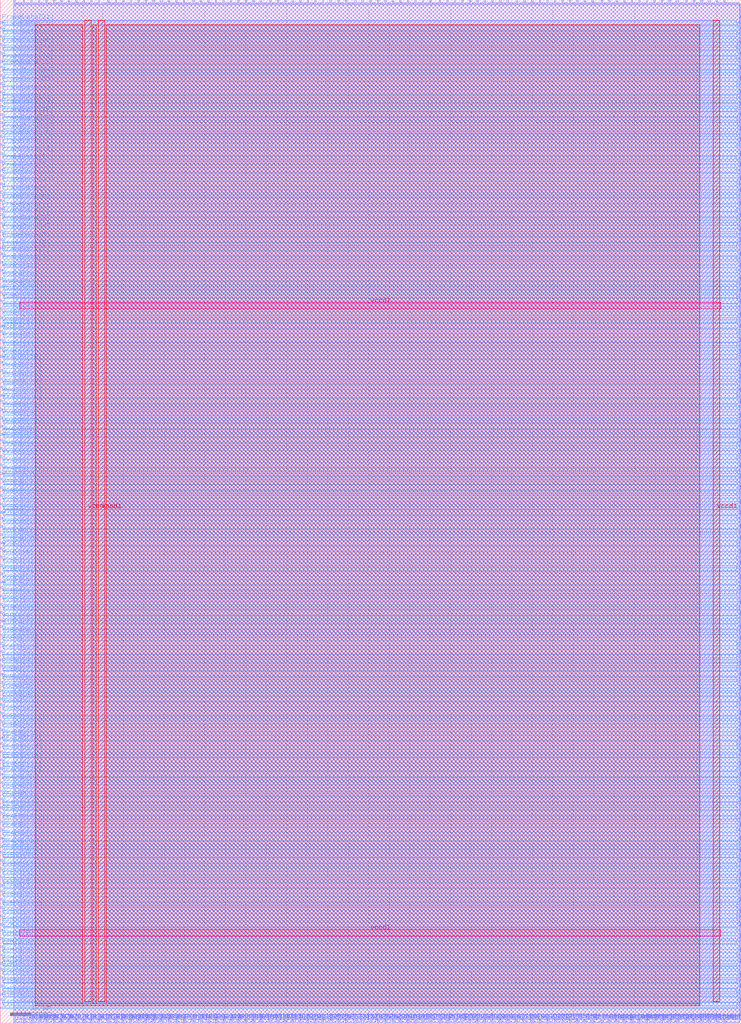
<source format=lef>
VERSION 5.7 ;
  NOWIREEXTENSIONATPIN ON ;
  DIVIDERCHAR "/" ;
  BUSBITCHARS "[]" ;
MACRO RAM_IO
  CLASS BLOCK ;
  FOREIGN RAM_IO ;
  ORIGIN 0.000 0.000 ;
  SIZE 181.000 BY 250.000 ;
  PIN Config_accessC_bit0
    DIRECTION OUTPUT TRISTATE ;
    USE SIGNAL ;
    ANTENNADIFFAREA 0.445500 ;
    PORT
      LAYER met3 ;
        RECT 180.300 235.430 181.000 235.810 ;
    END
  END Config_accessC_bit0
  PIN Config_accessC_bit1
    DIRECTION OUTPUT TRISTATE ;
    USE SIGNAL ;
    ANTENNADIFFAREA 0.795200 ;
    PORT
      LAYER met3 ;
        RECT 180.300 238.150 181.000 238.530 ;
    END
  END Config_accessC_bit1
  PIN Config_accessC_bit2
    DIRECTION OUTPUT TRISTATE ;
    USE SIGNAL ;
    ANTENNADIFFAREA 0.795200 ;
    PORT
      LAYER met3 ;
        RECT 180.300 241.550 181.000 241.930 ;
    END
  END Config_accessC_bit2
  PIN Config_accessC_bit3
    DIRECTION OUTPUT TRISTATE ;
    USE SIGNAL ;
    ANTENNADIFFAREA 0.795200 ;
    PORT
      LAYER met3 ;
        RECT 180.300 244.270 181.000 244.650 ;
    END
  END Config_accessC_bit3
  PIN E1END[0]
    DIRECTION INPUT ;
    USE SIGNAL ;
    ANTENNAGATEAREA 0.213000 ;
    PORT
      LAYER met3 ;
        RECT 0.000 3.550 0.700 3.930 ;
    END
  END E1END[0]
  PIN E1END[1]
    DIRECTION INPUT ;
    USE SIGNAL ;
    ANTENNAGATEAREA 0.159000 ;
    PORT
      LAYER met3 ;
        RECT 0.000 5.590 0.700 5.970 ;
    END
  END E1END[1]
  PIN E1END[2]
    DIRECTION INPUT ;
    USE SIGNAL ;
    ANTENNAGATEAREA 0.213000 ;
    PORT
      LAYER met3 ;
        RECT 0.000 6.950 0.700 7.330 ;
    END
  END E1END[2]
  PIN E1END[3]
    DIRECTION INPUT ;
    USE SIGNAL ;
    ANTENNAGATEAREA 0.159000 ;
    PORT
      LAYER met3 ;
        RECT 0.000 8.990 0.700 9.370 ;
    END
  END E1END[3]
  PIN E2END[0]
    DIRECTION INPUT ;
    USE SIGNAL ;
    ANTENNAGATEAREA 0.213000 ;
    PORT
      LAYER met3 ;
        RECT 0.000 25.990 0.700 26.370 ;
    END
  END E2END[0]
  PIN E2END[1]
    DIRECTION INPUT ;
    USE SIGNAL ;
    ANTENNAGATEAREA 0.213000 ;
    PORT
      LAYER met3 ;
        RECT 0.000 28.030 0.700 28.410 ;
    END
  END E2END[1]
  PIN E2END[2]
    DIRECTION INPUT ;
    USE SIGNAL ;
    ANTENNAGATEAREA 0.213000 ;
    PORT
      LAYER met3 ;
        RECT 0.000 30.070 0.700 30.450 ;
    END
  END E2END[2]
  PIN E2END[3]
    DIRECTION INPUT ;
    USE SIGNAL ;
    ANTENNAGATEAREA 0.213000 ;
    PORT
      LAYER met3 ;
        RECT 0.000 32.110 0.700 32.490 ;
    END
  END E2END[3]
  PIN E2END[4]
    DIRECTION INPUT ;
    USE SIGNAL ;
    ANTENNAGATEAREA 0.213000 ;
    PORT
      LAYER met3 ;
        RECT 0.000 33.470 0.700 33.850 ;
    END
  END E2END[4]
  PIN E2END[5]
    DIRECTION INPUT ;
    USE SIGNAL ;
    ANTENNAGATEAREA 0.159000 ;
    PORT
      LAYER met3 ;
        RECT 0.000 35.510 0.700 35.890 ;
    END
  END E2END[5]
  PIN E2END[6]
    DIRECTION INPUT ;
    USE SIGNAL ;
    ANTENNAGATEAREA 0.213000 ;
    PORT
      LAYER met3 ;
        RECT 0.000 37.550 0.700 37.930 ;
    END
  END E2END[6]
  PIN E2END[7]
    DIRECTION INPUT ;
    USE SIGNAL ;
    ANTENNAGATEAREA 0.213000 ;
    PORT
      LAYER met3 ;
        RECT 0.000 39.590 0.700 39.970 ;
    END
  END E2END[7]
  PIN E2MID[0]
    DIRECTION INPUT ;
    USE SIGNAL ;
    ANTENNAGATEAREA 0.213000 ;
    PORT
      LAYER met3 ;
        RECT 0.000 11.030 0.700 11.410 ;
    END
  END E2MID[0]
  PIN E2MID[1]
    DIRECTION INPUT ;
    USE SIGNAL ;
    ANTENNAGATEAREA 0.213000 ;
    PORT
      LAYER met3 ;
        RECT 0.000 13.070 0.700 13.450 ;
    END
  END E2MID[1]
  PIN E2MID[2]
    DIRECTION INPUT ;
    USE SIGNAL ;
    ANTENNAGATEAREA 0.213000 ;
    PORT
      LAYER met3 ;
        RECT 0.000 14.430 0.700 14.810 ;
    END
  END E2MID[2]
  PIN E2MID[3]
    DIRECTION INPUT ;
    USE SIGNAL ;
    ANTENNAGATEAREA 0.213000 ;
    PORT
      LAYER met3 ;
        RECT 0.000 16.470 0.700 16.850 ;
    END
  END E2MID[3]
  PIN E2MID[4]
    DIRECTION INPUT ;
    USE SIGNAL ;
    ANTENNAGATEAREA 0.213000 ;
    PORT
      LAYER met3 ;
        RECT 0.000 18.510 0.700 18.890 ;
    END
  END E2MID[4]
  PIN E2MID[5]
    DIRECTION INPUT ;
    USE SIGNAL ;
    ANTENNAGATEAREA 0.159000 ;
    PORT
      LAYER met3 ;
        RECT 0.000 20.550 0.700 20.930 ;
    END
  END E2MID[5]
  PIN E2MID[6]
    DIRECTION INPUT ;
    USE SIGNAL ;
    ANTENNAGATEAREA 0.213000 ;
    PORT
      LAYER met3 ;
        RECT 0.000 22.590 0.700 22.970 ;
    END
  END E2MID[6]
  PIN E2MID[7]
    DIRECTION INPUT ;
    USE SIGNAL ;
    ANTENNAGATEAREA 0.213000 ;
    PORT
      LAYER met3 ;
        RECT 0.000 23.950 0.700 24.330 ;
    END
  END E2MID[7]
  PIN E6END[0]
    DIRECTION INPUT ;
    USE SIGNAL ;
    ANTENNAGATEAREA 0.213000 ;
    PORT
      LAYER met3 ;
        RECT 0.000 71.550 0.700 71.930 ;
    END
  END E6END[0]
  PIN E6END[10]
    DIRECTION INPUT ;
    USE SIGNAL ;
    ANTENNAGATEAREA 0.159000 ;
    PORT
      LAYER met3 ;
        RECT 0.000 90.590 0.700 90.970 ;
    END
  END E6END[10]
  PIN E6END[11]
    DIRECTION INPUT ;
    USE SIGNAL ;
    ANTENNAGATEAREA 0.213000 ;
    PORT
      LAYER met3 ;
        RECT 0.000 92.630 0.700 93.010 ;
    END
  END E6END[11]
  PIN E6END[1]
    DIRECTION INPUT ;
    USE SIGNAL ;
    ANTENNAGATEAREA 0.213000 ;
    PORT
      LAYER met3 ;
        RECT 0.000 73.590 0.700 73.970 ;
    END
  END E6END[1]
  PIN E6END[2]
    DIRECTION INPUT ;
    USE SIGNAL ;
    ANTENNAGATEAREA 0.159000 ;
    PORT
      LAYER met3 ;
        RECT 0.000 75.630 0.700 76.010 ;
    END
  END E6END[2]
  PIN E6END[3]
    DIRECTION INPUT ;
    USE SIGNAL ;
    ANTENNAGATEAREA 0.213000 ;
    PORT
      LAYER met3 ;
        RECT 0.000 77.670 0.700 78.050 ;
    END
  END E6END[3]
  PIN E6END[4]
    DIRECTION INPUT ;
    USE SIGNAL ;
    ANTENNAGATEAREA 0.213000 ;
    PORT
      LAYER met3 ;
        RECT 0.000 79.030 0.700 79.410 ;
    END
  END E6END[4]
  PIN E6END[5]
    DIRECTION INPUT ;
    USE SIGNAL ;
    ANTENNAGATEAREA 0.159000 ;
    PORT
      LAYER met3 ;
        RECT 0.000 81.070 0.700 81.450 ;
    END
  END E6END[5]
  PIN E6END[6]
    DIRECTION INPUT ;
    USE SIGNAL ;
    ANTENNAGATEAREA 0.213000 ;
    PORT
      LAYER met3 ;
        RECT 0.000 83.110 0.700 83.490 ;
    END
  END E6END[6]
  PIN E6END[7]
    DIRECTION INPUT ;
    USE SIGNAL ;
    ANTENNAGATEAREA 0.213000 ;
    PORT
      LAYER met3 ;
        RECT 0.000 85.150 0.700 85.530 ;
    END
  END E6END[7]
  PIN E6END[8]
    DIRECTION INPUT ;
    USE SIGNAL ;
    ANTENNAGATEAREA 0.213000 ;
    PORT
      LAYER met3 ;
        RECT 0.000 87.190 0.700 87.570 ;
    END
  END E6END[8]
  PIN E6END[9]
    DIRECTION INPUT ;
    USE SIGNAL ;
    ANTENNAGATEAREA 0.213000 ;
    PORT
      LAYER met3 ;
        RECT 0.000 88.550 0.700 88.930 ;
    END
  END E6END[9]
  PIN EE4END[0]
    DIRECTION INPUT ;
    USE SIGNAL ;
    ANTENNAGATEAREA 0.213000 ;
    PORT
      LAYER met3 ;
        RECT 0.000 41.630 0.700 42.010 ;
    END
  END EE4END[0]
  PIN EE4END[10]
    DIRECTION INPUT ;
    USE SIGNAL ;
    ANTENNAGATEAREA 0.213000 ;
    PORT
      LAYER met3 ;
        RECT 0.000 60.670 0.700 61.050 ;
    END
  END EE4END[10]
  PIN EE4END[11]
    DIRECTION INPUT ;
    USE SIGNAL ;
    ANTENNAGATEAREA 0.196500 ;
    PORT
      LAYER met3 ;
        RECT 0.000 62.030 0.700 62.410 ;
    END
  END EE4END[11]
  PIN EE4END[12]
    DIRECTION INPUT ;
    USE SIGNAL ;
    ANTENNAGATEAREA 0.213000 ;
    PORT
      LAYER met3 ;
        RECT 0.000 64.070 0.700 64.450 ;
    END
  END EE4END[12]
  PIN EE4END[13]
    DIRECTION INPUT ;
    USE SIGNAL ;
    ANTENNAGATEAREA 0.126000 ;
    PORT
      LAYER met3 ;
        RECT 0.000 66.110 0.700 66.490 ;
    END
  END EE4END[13]
  PIN EE4END[14]
    DIRECTION INPUT ;
    USE SIGNAL ;
    ANTENNAGATEAREA 0.213000 ;
    PORT
      LAYER met3 ;
        RECT 0.000 68.150 0.700 68.530 ;
    END
  END EE4END[14]
  PIN EE4END[15]
    DIRECTION INPUT ;
    USE SIGNAL ;
    ANTENNAGATEAREA 0.196500 ;
    PORT
      LAYER met3 ;
        RECT 0.000 69.510 0.700 69.890 ;
    END
  END EE4END[15]
  PIN EE4END[1]
    DIRECTION INPUT ;
    USE SIGNAL ;
    ANTENNAGATEAREA 0.213000 ;
    PORT
      LAYER met3 ;
        RECT 0.000 42.990 0.700 43.370 ;
    END
  END EE4END[1]
  PIN EE4END[2]
    DIRECTION INPUT ;
    USE SIGNAL ;
    ANTENNAGATEAREA 0.159000 ;
    PORT
      LAYER met3 ;
        RECT 0.000 45.030 0.700 45.410 ;
    END
  END EE4END[2]
  PIN EE4END[3]
    DIRECTION INPUT ;
    USE SIGNAL ;
    ANTENNAGATEAREA 0.196500 ;
    PORT
      LAYER met3 ;
        RECT 0.000 47.070 0.700 47.450 ;
    END
  END EE4END[3]
  PIN EE4END[4]
    DIRECTION INPUT ;
    USE SIGNAL ;
    ANTENNAGATEAREA 0.213000 ;
    PORT
      LAYER met3 ;
        RECT 0.000 49.110 0.700 49.490 ;
    END
  END EE4END[4]
  PIN EE4END[5]
    DIRECTION INPUT ;
    USE SIGNAL ;
    ANTENNAGATEAREA 0.126000 ;
    PORT
      LAYER met3 ;
        RECT 0.000 51.150 0.700 51.530 ;
    END
  END EE4END[5]
  PIN EE4END[6]
    DIRECTION INPUT ;
    USE SIGNAL ;
    ANTENNAGATEAREA 0.213000 ;
    PORT
      LAYER met3 ;
        RECT 0.000 52.510 0.700 52.890 ;
    END
  END EE4END[6]
  PIN EE4END[7]
    DIRECTION INPUT ;
    USE SIGNAL ;
    ANTENNAGATEAREA 0.196500 ;
    PORT
      LAYER met3 ;
        RECT 0.000 54.550 0.700 54.930 ;
    END
  END EE4END[7]
  PIN EE4END[8]
    DIRECTION INPUT ;
    USE SIGNAL ;
    ANTENNAGATEAREA 0.213000 ;
    PORT
      LAYER met3 ;
        RECT 0.000 56.590 0.700 56.970 ;
    END
  END EE4END[8]
  PIN EE4END[9]
    DIRECTION INPUT ;
    USE SIGNAL ;
    ANTENNAGATEAREA 0.196500 ;
    PORT
      LAYER met3 ;
        RECT 0.000 58.630 0.700 59.010 ;
    END
  END EE4END[9]
  PIN FAB2RAM_A0_O0
    DIRECTION OUTPUT TRISTATE ;
    USE SIGNAL ;
    ANTENNADIFFAREA 0.795200 ;
    PORT
      LAYER met3 ;
        RECT 180.300 198.710 181.000 199.090 ;
    END
  END FAB2RAM_A0_O0
  PIN FAB2RAM_A0_O1
    DIRECTION OUTPUT TRISTATE ;
    USE SIGNAL ;
    ANTENNADIFFAREA 0.795200 ;
    PORT
      LAYER met3 ;
        RECT 180.300 202.110 181.000 202.490 ;
    END
  END FAB2RAM_A0_O1
  PIN FAB2RAM_A0_O2
    DIRECTION OUTPUT TRISTATE ;
    USE SIGNAL ;
    ANTENNADIFFAREA 0.445500 ;
    PORT
      LAYER met3 ;
        RECT 180.300 204.830 181.000 205.210 ;
    END
  END FAB2RAM_A0_O2
  PIN FAB2RAM_A0_O3
    DIRECTION OUTPUT TRISTATE ;
    USE SIGNAL ;
    ANTENNADIFFAREA 0.445500 ;
    PORT
      LAYER met3 ;
        RECT 180.300 208.230 181.000 208.610 ;
    END
  END FAB2RAM_A0_O3
  PIN FAB2RAM_A1_O0
    DIRECTION OUTPUT TRISTATE ;
    USE SIGNAL ;
    ANTENNADIFFAREA 0.795200 ;
    PORT
      LAYER met3 ;
        RECT 180.300 210.950 181.000 211.330 ;
    END
  END FAB2RAM_A1_O0
  PIN FAB2RAM_A1_O1
    DIRECTION OUTPUT TRISTATE ;
    USE SIGNAL ;
    ANTENNADIFFAREA 0.445500 ;
    PORT
      LAYER met3 ;
        RECT 180.300 214.350 181.000 214.730 ;
    END
  END FAB2RAM_A1_O1
  PIN FAB2RAM_A1_O2
    DIRECTION OUTPUT TRISTATE ;
    USE SIGNAL ;
    ANTENNADIFFAREA 0.795200 ;
    PORT
      LAYER met3 ;
        RECT 180.300 217.070 181.000 217.450 ;
    END
  END FAB2RAM_A1_O2
  PIN FAB2RAM_A1_O3
    DIRECTION OUTPUT TRISTATE ;
    USE SIGNAL ;
    ANTENNADIFFAREA 0.795200 ;
    PORT
      LAYER met3 ;
        RECT 180.300 220.470 181.000 220.850 ;
    END
  END FAB2RAM_A1_O3
  PIN FAB2RAM_C_O0
    DIRECTION OUTPUT TRISTATE ;
    USE SIGNAL ;
    ANTENNADIFFAREA 0.795200 ;
    PORT
      LAYER met3 ;
        RECT 180.300 223.190 181.000 223.570 ;
    END
  END FAB2RAM_C_O0
  PIN FAB2RAM_C_O1
    DIRECTION OUTPUT TRISTATE ;
    USE SIGNAL ;
    ANTENNADIFFAREA 0.795200 ;
    PORT
      LAYER met3 ;
        RECT 180.300 225.910 181.000 226.290 ;
    END
  END FAB2RAM_C_O1
  PIN FAB2RAM_C_O2
    DIRECTION OUTPUT TRISTATE ;
    USE SIGNAL ;
    ANTENNADIFFAREA 0.795200 ;
    PORT
      LAYER met3 ;
        RECT 180.300 229.310 181.000 229.690 ;
    END
  END FAB2RAM_C_O2
  PIN FAB2RAM_C_O3
    DIRECTION OUTPUT TRISTATE ;
    USE SIGNAL ;
    ANTENNADIFFAREA 0.445500 ;
    PORT
      LAYER met3 ;
        RECT 180.300 232.030 181.000 232.410 ;
    END
  END FAB2RAM_C_O3
  PIN FAB2RAM_D0_O0
    DIRECTION OUTPUT TRISTATE ;
    USE SIGNAL ;
    ANTENNADIFFAREA 0.795200 ;
    PORT
      LAYER met3 ;
        RECT 180.300 150.430 181.000 150.810 ;
    END
  END FAB2RAM_D0_O0
  PIN FAB2RAM_D0_O1
    DIRECTION OUTPUT TRISTATE ;
    USE SIGNAL ;
    ANTENNADIFFAREA 0.795200 ;
    PORT
      LAYER met3 ;
        RECT 180.300 153.150 181.000 153.530 ;
    END
  END FAB2RAM_D0_O1
  PIN FAB2RAM_D0_O2
    DIRECTION OUTPUT TRISTATE ;
    USE SIGNAL ;
    ANTENNADIFFAREA 0.445500 ;
    PORT
      LAYER met3 ;
        RECT 180.300 156.550 181.000 156.930 ;
    END
  END FAB2RAM_D0_O2
  PIN FAB2RAM_D0_O3
    DIRECTION OUTPUT TRISTATE ;
    USE SIGNAL ;
    ANTENNADIFFAREA 0.445500 ;
    PORT
      LAYER met3 ;
        RECT 180.300 159.270 181.000 159.650 ;
    END
  END FAB2RAM_D0_O3
  PIN FAB2RAM_D1_O0
    DIRECTION OUTPUT TRISTATE ;
    USE SIGNAL ;
    ANTENNADIFFAREA 0.795200 ;
    PORT
      LAYER met3 ;
        RECT 180.300 162.670 181.000 163.050 ;
    END
  END FAB2RAM_D1_O0
  PIN FAB2RAM_D1_O1
    DIRECTION OUTPUT TRISTATE ;
    USE SIGNAL ;
    ANTENNADIFFAREA 0.795200 ;
    PORT
      LAYER met3 ;
        RECT 180.300 165.390 181.000 165.770 ;
    END
  END FAB2RAM_D1_O1
  PIN FAB2RAM_D1_O2
    DIRECTION OUTPUT TRISTATE ;
    USE SIGNAL ;
    ANTENNADIFFAREA 0.795200 ;
    PORT
      LAYER met3 ;
        RECT 180.300 168.790 181.000 169.170 ;
    END
  END FAB2RAM_D1_O2
  PIN FAB2RAM_D1_O3
    DIRECTION OUTPUT TRISTATE ;
    USE SIGNAL ;
    ANTENNADIFFAREA 0.795200 ;
    PORT
      LAYER met3 ;
        RECT 180.300 171.510 181.000 171.890 ;
    END
  END FAB2RAM_D1_O3
  PIN FAB2RAM_D2_O0
    DIRECTION OUTPUT TRISTATE ;
    USE SIGNAL ;
    ANTENNADIFFAREA 0.795200 ;
    PORT
      LAYER met3 ;
        RECT 180.300 174.910 181.000 175.290 ;
    END
  END FAB2RAM_D2_O0
  PIN FAB2RAM_D2_O1
    DIRECTION OUTPUT TRISTATE ;
    USE SIGNAL ;
    ANTENNADIFFAREA 0.795200 ;
    PORT
      LAYER met3 ;
        RECT 180.300 177.630 181.000 178.010 ;
    END
  END FAB2RAM_D2_O1
  PIN FAB2RAM_D2_O2
    DIRECTION OUTPUT TRISTATE ;
    USE SIGNAL ;
    ANTENNADIFFAREA 0.795200 ;
    PORT
      LAYER met3 ;
        RECT 180.300 180.350 181.000 180.730 ;
    END
  END FAB2RAM_D2_O2
  PIN FAB2RAM_D2_O3
    DIRECTION OUTPUT TRISTATE ;
    USE SIGNAL ;
    ANTENNADIFFAREA 0.795200 ;
    PORT
      LAYER met3 ;
        RECT 180.300 183.750 181.000 184.130 ;
    END
  END FAB2RAM_D2_O3
  PIN FAB2RAM_D3_O0
    DIRECTION OUTPUT TRISTATE ;
    USE SIGNAL ;
    ANTENNADIFFAREA 0.445500 ;
    PORT
      LAYER met3 ;
        RECT 180.300 186.470 181.000 186.850 ;
    END
  END FAB2RAM_D3_O0
  PIN FAB2RAM_D3_O1
    DIRECTION OUTPUT TRISTATE ;
    USE SIGNAL ;
    ANTENNADIFFAREA 0.795200 ;
    PORT
      LAYER met3 ;
        RECT 180.300 189.870 181.000 190.250 ;
    END
  END FAB2RAM_D3_O1
  PIN FAB2RAM_D3_O2
    DIRECTION OUTPUT TRISTATE ;
    USE SIGNAL ;
    ANTENNADIFFAREA 0.795200 ;
    PORT
      LAYER met3 ;
        RECT 180.300 192.590 181.000 192.970 ;
    END
  END FAB2RAM_D3_O2
  PIN FAB2RAM_D3_O3
    DIRECTION OUTPUT TRISTATE ;
    USE SIGNAL ;
    ANTENNADIFFAREA 0.795200 ;
    PORT
      LAYER met3 ;
        RECT 180.300 195.990 181.000 196.370 ;
    END
  END FAB2RAM_D3_O3
  PIN FrameData[0]
    DIRECTION INPUT ;
    USE SIGNAL ;
    ANTENNAGATEAREA 0.196500 ;
    PORT
      LAYER met3 ;
        RECT 0.000 185.790 0.700 186.170 ;
    END
  END FrameData[0]
  PIN FrameData[10]
    DIRECTION INPUT ;
    USE SIGNAL ;
    ANTENNAGATEAREA 0.213000 ;
    PORT
      LAYER met3 ;
        RECT 0.000 204.830 0.700 205.210 ;
    END
  END FrameData[10]
  PIN FrameData[11]
    DIRECTION INPUT ;
    USE SIGNAL ;
    ANTENNAGATEAREA 0.213000 ;
    PORT
      LAYER met3 ;
        RECT 0.000 206.870 0.700 207.250 ;
    END
  END FrameData[11]
  PIN FrameData[12]
    DIRECTION INPUT ;
    USE SIGNAL ;
    ANTENNAGATEAREA 0.196500 ;
    PORT
      LAYER met3 ;
        RECT 0.000 208.230 0.700 208.610 ;
    END
  END FrameData[12]
  PIN FrameData[13]
    DIRECTION INPUT ;
    USE SIGNAL ;
    ANTENNAGATEAREA 0.196500 ;
    PORT
      LAYER met3 ;
        RECT 0.000 210.270 0.700 210.650 ;
    END
  END FrameData[13]
  PIN FrameData[14]
    DIRECTION INPUT ;
    USE SIGNAL ;
    ANTENNAGATEAREA 0.213000 ;
    PORT
      LAYER met3 ;
        RECT 0.000 212.310 0.700 212.690 ;
    END
  END FrameData[14]
  PIN FrameData[15]
    DIRECTION INPUT ;
    USE SIGNAL ;
    ANTENNAGATEAREA 0.213000 ;
    PORT
      LAYER met3 ;
        RECT 0.000 214.350 0.700 214.730 ;
    END
  END FrameData[15]
  PIN FrameData[16]
    DIRECTION INPUT ;
    USE SIGNAL ;
    ANTENNAGATEAREA 0.196500 ;
    PORT
      LAYER met3 ;
        RECT 0.000 216.390 0.700 216.770 ;
    END
  END FrameData[16]
  PIN FrameData[17]
    DIRECTION INPUT ;
    USE SIGNAL ;
    ANTENNAGATEAREA 0.196500 ;
    PORT
      LAYER met3 ;
        RECT 0.000 217.750 0.700 218.130 ;
    END
  END FrameData[17]
  PIN FrameData[18]
    DIRECTION INPUT ;
    USE SIGNAL ;
    ANTENNAGATEAREA 0.213000 ;
    PORT
      LAYER met3 ;
        RECT 0.000 219.790 0.700 220.170 ;
    END
  END FrameData[18]
  PIN FrameData[19]
    DIRECTION INPUT ;
    USE SIGNAL ;
    ANTENNAGATEAREA 0.213000 ;
    PORT
      LAYER met3 ;
        RECT 0.000 221.830 0.700 222.210 ;
    END
  END FrameData[19]
  PIN FrameData[1]
    DIRECTION INPUT ;
    USE SIGNAL ;
    ANTENNAGATEAREA 0.196500 ;
    PORT
      LAYER met3 ;
        RECT 0.000 187.830 0.700 188.210 ;
    END
  END FrameData[1]
  PIN FrameData[20]
    DIRECTION INPUT ;
    USE SIGNAL ;
    ANTENNAGATEAREA 0.196500 ;
    PORT
      LAYER met3 ;
        RECT 0.000 223.870 0.700 224.250 ;
    END
  END FrameData[20]
  PIN FrameData[21]
    DIRECTION INPUT ;
    USE SIGNAL ;
    ANTENNAGATEAREA 0.126000 ;
    PORT
      LAYER met3 ;
        RECT 0.000 225.230 0.700 225.610 ;
    END
  END FrameData[21]
  PIN FrameData[22]
    DIRECTION INPUT ;
    USE SIGNAL ;
    ANTENNAGATEAREA 0.196500 ;
    PORT
      LAYER met3 ;
        RECT 0.000 227.270 0.700 227.650 ;
    END
  END FrameData[22]
  PIN FrameData[23]
    DIRECTION INPUT ;
    USE SIGNAL ;
    ANTENNAGATEAREA 0.213000 ;
    PORT
      LAYER met3 ;
        RECT 0.000 229.310 0.700 229.690 ;
    END
  END FrameData[23]
  PIN FrameData[24]
    DIRECTION INPUT ;
    USE SIGNAL ;
    ANTENNAGATEAREA 0.213000 ;
    PORT
      LAYER met3 ;
        RECT 0.000 231.350 0.700 231.730 ;
    END
  END FrameData[24]
  PIN FrameData[25]
    DIRECTION INPUT ;
    USE SIGNAL ;
    ANTENNAGATEAREA 0.213000 ;
    PORT
      LAYER met3 ;
        RECT 0.000 233.390 0.700 233.770 ;
    END
  END FrameData[25]
  PIN FrameData[26]
    DIRECTION INPUT ;
    USE SIGNAL ;
    ANTENNAGATEAREA 0.159000 ;
    PORT
      LAYER met3 ;
        RECT 0.000 234.750 0.700 235.130 ;
    END
  END FrameData[26]
  PIN FrameData[27]
    DIRECTION INPUT ;
    USE SIGNAL ;
    ANTENNAGATEAREA 0.159000 ;
    PORT
      LAYER met3 ;
        RECT 0.000 236.790 0.700 237.170 ;
    END
  END FrameData[27]
  PIN FrameData[28]
    DIRECTION INPUT ;
    USE SIGNAL ;
    ANTENNAGATEAREA 0.213000 ;
    PORT
      LAYER met3 ;
        RECT 0.000 238.830 0.700 239.210 ;
    END
  END FrameData[28]
  PIN FrameData[29]
    DIRECTION INPUT ;
    USE SIGNAL ;
    ANTENNAGATEAREA 0.213000 ;
    PORT
      LAYER met3 ;
        RECT 0.000 240.870 0.700 241.250 ;
    END
  END FrameData[29]
  PIN FrameData[2]
    DIRECTION INPUT ;
    USE SIGNAL ;
    ANTENNAGATEAREA 0.126000 ;
    PORT
      LAYER met3 ;
        RECT 0.000 189.190 0.700 189.570 ;
    END
  END FrameData[2]
  PIN FrameData[30]
    DIRECTION INPUT ;
    USE SIGNAL ;
    ANTENNAGATEAREA 0.159000 ;
    PORT
      LAYER met3 ;
        RECT 0.000 242.910 0.700 243.290 ;
    END
  END FrameData[30]
  PIN FrameData[31]
    DIRECTION INPUT ;
    USE SIGNAL ;
    ANTENNAGATEAREA 0.213000 ;
    PORT
      LAYER met3 ;
        RECT 0.000 244.270 0.700 244.650 ;
    END
  END FrameData[31]
  PIN FrameData[3]
    DIRECTION INPUT ;
    USE SIGNAL ;
    ANTENNAGATEAREA 0.213000 ;
    PORT
      LAYER met3 ;
        RECT 0.000 191.230 0.700 191.610 ;
    END
  END FrameData[3]
  PIN FrameData[4]
    DIRECTION INPUT ;
    USE SIGNAL ;
    ANTENNAGATEAREA 0.196500 ;
    PORT
      LAYER met3 ;
        RECT 0.000 193.270 0.700 193.650 ;
    END
  END FrameData[4]
  PIN FrameData[5]
    DIRECTION INPUT ;
    USE SIGNAL ;
    ANTENNAGATEAREA 0.213000 ;
    PORT
      LAYER met3 ;
        RECT 0.000 195.310 0.700 195.690 ;
    END
  END FrameData[5]
  PIN FrameData[6]
    DIRECTION INPUT ;
    USE SIGNAL ;
    ANTENNAGATEAREA 0.126000 ;
    PORT
      LAYER met3 ;
        RECT 0.000 197.350 0.700 197.730 ;
    END
  END FrameData[6]
  PIN FrameData[7]
    DIRECTION INPUT ;
    USE SIGNAL ;
    ANTENNAGATEAREA 0.213000 ;
    PORT
      LAYER met3 ;
        RECT 0.000 198.710 0.700 199.090 ;
    END
  END FrameData[7]
  PIN FrameData[8]
    DIRECTION INPUT ;
    USE SIGNAL ;
    ANTENNAGATEAREA 0.196500 ;
    PORT
      LAYER met3 ;
        RECT 0.000 200.750 0.700 201.130 ;
    END
  END FrameData[8]
  PIN FrameData[9]
    DIRECTION INPUT ;
    USE SIGNAL ;
    ANTENNAGATEAREA 0.196500 ;
    PORT
      LAYER met3 ;
        RECT 0.000 202.790 0.700 203.170 ;
    END
  END FrameData[9]
  PIN FrameData_O[0]
    DIRECTION OUTPUT TRISTATE ;
    USE SIGNAL ;
    ANTENNADIFFAREA 0.795200 ;
    PORT
      LAYER met3 ;
        RECT 180.300 4.230 181.000 4.610 ;
    END
  END FrameData_O[0]
  PIN FrameData_O[10]
    DIRECTION OUTPUT TRISTATE ;
    USE SIGNAL ;
    ANTENNADIFFAREA 0.445500 ;
    PORT
      LAYER met3 ;
        RECT 180.300 34.830 181.000 35.210 ;
    END
  END FrameData_O[10]
  PIN FrameData_O[11]
    DIRECTION OUTPUT TRISTATE ;
    USE SIGNAL ;
    ANTENNADIFFAREA 0.795200 ;
    PORT
      LAYER met3 ;
        RECT 180.300 38.230 181.000 38.610 ;
    END
  END FrameData_O[11]
  PIN FrameData_O[12]
    DIRECTION OUTPUT TRISTATE ;
    USE SIGNAL ;
    ANTENNADIFFAREA 0.795200 ;
    PORT
      LAYER met3 ;
        RECT 180.300 40.950 181.000 41.330 ;
    END
  END FrameData_O[12]
  PIN FrameData_O[13]
    DIRECTION OUTPUT TRISTATE ;
    USE SIGNAL ;
    ANTENNADIFFAREA 0.795200 ;
    PORT
      LAYER met3 ;
        RECT 180.300 43.670 181.000 44.050 ;
    END
  END FrameData_O[13]
  PIN FrameData_O[14]
    DIRECTION OUTPUT TRISTATE ;
    USE SIGNAL ;
    ANTENNADIFFAREA 0.795200 ;
    PORT
      LAYER met3 ;
        RECT 180.300 47.070 181.000 47.450 ;
    END
  END FrameData_O[14]
  PIN FrameData_O[15]
    DIRECTION OUTPUT TRISTATE ;
    USE SIGNAL ;
    ANTENNADIFFAREA 0.795200 ;
    PORT
      LAYER met3 ;
        RECT 180.300 49.790 181.000 50.170 ;
    END
  END FrameData_O[15]
  PIN FrameData_O[16]
    DIRECTION OUTPUT TRISTATE ;
    USE SIGNAL ;
    ANTENNADIFFAREA 0.795200 ;
    PORT
      LAYER met3 ;
        RECT 180.300 53.190 181.000 53.570 ;
    END
  END FrameData_O[16]
  PIN FrameData_O[17]
    DIRECTION OUTPUT TRISTATE ;
    USE SIGNAL ;
    ANTENNADIFFAREA 0.445500 ;
    PORT
      LAYER met3 ;
        RECT 180.300 55.910 181.000 56.290 ;
    END
  END FrameData_O[17]
  PIN FrameData_O[18]
    DIRECTION OUTPUT TRISTATE ;
    USE SIGNAL ;
    ANTENNADIFFAREA 0.795200 ;
    PORT
      LAYER met3 ;
        RECT 180.300 59.310 181.000 59.690 ;
    END
  END FrameData_O[18]
  PIN FrameData_O[19]
    DIRECTION OUTPUT TRISTATE ;
    USE SIGNAL ;
    ANTENNADIFFAREA 0.795200 ;
    PORT
      LAYER met3 ;
        RECT 180.300 62.030 181.000 62.410 ;
    END
  END FrameData_O[19]
  PIN FrameData_O[1]
    DIRECTION OUTPUT TRISTATE ;
    USE SIGNAL ;
    ANTENNADIFFAREA 0.445500 ;
    PORT
      LAYER met3 ;
        RECT 180.300 7.630 181.000 8.010 ;
    END
  END FrameData_O[1]
  PIN FrameData_O[20]
    DIRECTION OUTPUT TRISTATE ;
    USE SIGNAL ;
    ANTENNADIFFAREA 0.795200 ;
    PORT
      LAYER met3 ;
        RECT 180.300 65.430 181.000 65.810 ;
    END
  END FrameData_O[20]
  PIN FrameData_O[21]
    DIRECTION OUTPUT TRISTATE ;
    USE SIGNAL ;
    ANTENNADIFFAREA 0.795200 ;
    PORT
      LAYER met3 ;
        RECT 180.300 68.150 181.000 68.530 ;
    END
  END FrameData_O[21]
  PIN FrameData_O[22]
    DIRECTION OUTPUT TRISTATE ;
    USE SIGNAL ;
    ANTENNADIFFAREA 0.795200 ;
    PORT
      LAYER met3 ;
        RECT 180.300 71.550 181.000 71.930 ;
    END
  END FrameData_O[22]
  PIN FrameData_O[23]
    DIRECTION OUTPUT TRISTATE ;
    USE SIGNAL ;
    ANTENNADIFFAREA 0.795200 ;
    PORT
      LAYER met3 ;
        RECT 180.300 74.270 181.000 74.650 ;
    END
  END FrameData_O[23]
  PIN FrameData_O[24]
    DIRECTION OUTPUT TRISTATE ;
    USE SIGNAL ;
    ANTENNADIFFAREA 0.445500 ;
    PORT
      LAYER met3 ;
        RECT 180.300 77.670 181.000 78.050 ;
    END
  END FrameData_O[24]
  PIN FrameData_O[25]
    DIRECTION OUTPUT TRISTATE ;
    USE SIGNAL ;
    ANTENNADIFFAREA 0.795200 ;
    PORT
      LAYER met3 ;
        RECT 180.300 80.390 181.000 80.770 ;
    END
  END FrameData_O[25]
  PIN FrameData_O[26]
    DIRECTION OUTPUT TRISTATE ;
    USE SIGNAL ;
    ANTENNADIFFAREA 0.445500 ;
    PORT
      LAYER met3 ;
        RECT 180.300 83.790 181.000 84.170 ;
    END
  END FrameData_O[26]
  PIN FrameData_O[27]
    DIRECTION OUTPUT TRISTATE ;
    USE SIGNAL ;
    ANTENNADIFFAREA 0.795200 ;
    PORT
      LAYER met3 ;
        RECT 180.300 86.510 181.000 86.890 ;
    END
  END FrameData_O[27]
  PIN FrameData_O[28]
    DIRECTION OUTPUT TRISTATE ;
    USE SIGNAL ;
    ANTENNADIFFAREA 0.795200 ;
    PORT
      LAYER met3 ;
        RECT 180.300 89.230 181.000 89.610 ;
    END
  END FrameData_O[28]
  PIN FrameData_O[29]
    DIRECTION OUTPUT TRISTATE ;
    USE SIGNAL ;
    ANTENNADIFFAREA 0.445500 ;
    PORT
      LAYER met3 ;
        RECT 180.300 92.630 181.000 93.010 ;
    END
  END FrameData_O[29]
  PIN FrameData_O[2]
    DIRECTION OUTPUT TRISTATE ;
    USE SIGNAL ;
    ANTENNADIFFAREA 0.795200 ;
    PORT
      LAYER met3 ;
        RECT 180.300 10.350 181.000 10.730 ;
    END
  END FrameData_O[2]
  PIN FrameData_O[30]
    DIRECTION OUTPUT TRISTATE ;
    USE SIGNAL ;
    ANTENNADIFFAREA 0.795200 ;
    PORT
      LAYER met3 ;
        RECT 180.300 95.350 181.000 95.730 ;
    END
  END FrameData_O[30]
  PIN FrameData_O[31]
    DIRECTION OUTPUT TRISTATE ;
    USE SIGNAL ;
    ANTENNADIFFAREA 0.795200 ;
    PORT
      LAYER met3 ;
        RECT 180.300 98.750 181.000 99.130 ;
    END
  END FrameData_O[31]
  PIN FrameData_O[3]
    DIRECTION OUTPUT TRISTATE ;
    USE SIGNAL ;
    ANTENNADIFFAREA 0.795200 ;
    PORT
      LAYER met3 ;
        RECT 180.300 13.750 181.000 14.130 ;
    END
  END FrameData_O[3]
  PIN FrameData_O[4]
    DIRECTION OUTPUT TRISTATE ;
    USE SIGNAL ;
    ANTENNADIFFAREA 0.795200 ;
    PORT
      LAYER met3 ;
        RECT 180.300 16.470 181.000 16.850 ;
    END
  END FrameData_O[4]
  PIN FrameData_O[5]
    DIRECTION OUTPUT TRISTATE ;
    USE SIGNAL ;
    ANTENNADIFFAREA 0.795200 ;
    PORT
      LAYER met3 ;
        RECT 180.300 19.870 181.000 20.250 ;
    END
  END FrameData_O[5]
  PIN FrameData_O[6]
    DIRECTION OUTPUT TRISTATE ;
    USE SIGNAL ;
    ANTENNADIFFAREA 0.795200 ;
    PORT
      LAYER met3 ;
        RECT 180.300 22.590 181.000 22.970 ;
    END
  END FrameData_O[6]
  PIN FrameData_O[7]
    DIRECTION OUTPUT TRISTATE ;
    USE SIGNAL ;
    ANTENNADIFFAREA 0.795200 ;
    PORT
      LAYER met3 ;
        RECT 180.300 25.990 181.000 26.370 ;
    END
  END FrameData_O[7]
  PIN FrameData_O[8]
    DIRECTION OUTPUT TRISTATE ;
    USE SIGNAL ;
    ANTENNADIFFAREA 0.445500 ;
    PORT
      LAYER met3 ;
        RECT 180.300 28.710 181.000 29.090 ;
    END
  END FrameData_O[8]
  PIN FrameData_O[9]
    DIRECTION OUTPUT TRISTATE ;
    USE SIGNAL ;
    ANTENNADIFFAREA 0.795200 ;
    PORT
      LAYER met3 ;
        RECT 180.300 32.110 181.000 32.490 ;
    END
  END FrameData_O[9]
  PIN FrameStrobe[0]
    DIRECTION INPUT ;
    USE SIGNAL ;
    ANTENNAGATEAREA 0.213000 ;
    PORT
      LAYER met2 ;
        RECT 138.960 0.000 139.340 0.700 ;
    END
  END FrameStrobe[0]
  PIN FrameStrobe[10]
    DIRECTION INPUT ;
    USE SIGNAL ;
    ANTENNAGATEAREA 0.213000 ;
    PORT
      LAYER met2 ;
        RECT 157.820 0.000 158.200 0.700 ;
    END
  END FrameStrobe[10]
  PIN FrameStrobe[11]
    DIRECTION INPUT ;
    USE SIGNAL ;
    ANTENNAGATEAREA 0.213000 ;
    PORT
      LAYER met2 ;
        RECT 159.660 0.000 160.040 0.700 ;
    END
  END FrameStrobe[11]
  PIN FrameStrobe[12]
    DIRECTION INPUT ;
    USE SIGNAL ;
    ANTENNAGATEAREA 0.196500 ;
    PORT
      LAYER met2 ;
        RECT 161.500 0.000 161.880 0.700 ;
    END
  END FrameStrobe[12]
  PIN FrameStrobe[13]
    DIRECTION INPUT ;
    USE SIGNAL ;
    ANTENNAGATEAREA 0.196500 ;
    PORT
      LAYER met2 ;
        RECT 163.340 0.000 163.720 0.700 ;
    END
  END FrameStrobe[13]
  PIN FrameStrobe[14]
    DIRECTION INPUT ;
    USE SIGNAL ;
    ANTENNAGATEAREA 0.159000 ;
    PORT
      LAYER met2 ;
        RECT 165.180 0.000 165.560 0.700 ;
    END
  END FrameStrobe[14]
  PIN FrameStrobe[15]
    DIRECTION INPUT ;
    USE SIGNAL ;
    ANTENNAGATEAREA 0.196500 ;
    PORT
      LAYER met2 ;
        RECT 167.480 0.000 167.860 0.700 ;
    END
  END FrameStrobe[15]
  PIN FrameStrobe[16]
    DIRECTION INPUT ;
    USE SIGNAL ;
    ANTENNAGATEAREA 0.213000 ;
    PORT
      LAYER met2 ;
        RECT 169.320 0.000 169.700 0.700 ;
    END
  END FrameStrobe[16]
  PIN FrameStrobe[17]
    DIRECTION INPUT ;
    USE SIGNAL ;
    ANTENNAGATEAREA 0.196500 ;
    PORT
      LAYER met2 ;
        RECT 171.160 0.000 171.540 0.700 ;
    END
  END FrameStrobe[17]
  PIN FrameStrobe[18]
    DIRECTION INPUT ;
    USE SIGNAL ;
    ANTENNAGATEAREA 0.196500 ;
    PORT
      LAYER met2 ;
        RECT 173.000 0.000 173.380 0.700 ;
    END
  END FrameStrobe[18]
  PIN FrameStrobe[19]
    DIRECTION INPUT ;
    USE SIGNAL ;
    ANTENNAGATEAREA 0.196500 ;
    PORT
      LAYER met2 ;
        RECT 174.840 0.000 175.220 0.700 ;
    END
  END FrameStrobe[19]
  PIN FrameStrobe[1]
    DIRECTION INPUT ;
    USE SIGNAL ;
    ANTENNAGATEAREA 0.159000 ;
    PORT
      LAYER met2 ;
        RECT 140.800 0.000 141.180 0.700 ;
    END
  END FrameStrobe[1]
  PIN FrameStrobe[2]
    DIRECTION INPUT ;
    USE SIGNAL ;
    ANTENNAGATEAREA 0.159000 ;
    PORT
      LAYER met2 ;
        RECT 142.640 0.000 143.020 0.700 ;
    END
  END FrameStrobe[2]
  PIN FrameStrobe[3]
    DIRECTION INPUT ;
    USE SIGNAL ;
    ANTENNAGATEAREA 0.213000 ;
    PORT
      LAYER met2 ;
        RECT 144.480 0.000 144.860 0.700 ;
    END
  END FrameStrobe[3]
  PIN FrameStrobe[4]
    DIRECTION INPUT ;
    USE SIGNAL ;
    ANTENNAGATEAREA 0.159000 ;
    PORT
      LAYER met2 ;
        RECT 146.780 0.000 147.160 0.700 ;
    END
  END FrameStrobe[4]
  PIN FrameStrobe[5]
    DIRECTION INPUT ;
    USE SIGNAL ;
    ANTENNAGATEAREA 0.159000 ;
    PORT
      LAYER met2 ;
        RECT 148.620 0.000 149.000 0.700 ;
    END
  END FrameStrobe[5]
  PIN FrameStrobe[6]
    DIRECTION INPUT ;
    USE SIGNAL ;
    ANTENNAGATEAREA 0.196500 ;
    PORT
      LAYER met2 ;
        RECT 150.460 0.000 150.840 0.700 ;
    END
  END FrameStrobe[6]
  PIN FrameStrobe[7]
    DIRECTION INPUT ;
    USE SIGNAL ;
    ANTENNAGATEAREA 0.159000 ;
    PORT
      LAYER met2 ;
        RECT 152.300 0.000 152.680 0.700 ;
    END
  END FrameStrobe[7]
  PIN FrameStrobe[8]
    DIRECTION INPUT ;
    USE SIGNAL ;
    ANTENNAGATEAREA 0.159000 ;
    PORT
      LAYER met2 ;
        RECT 154.140 0.000 154.520 0.700 ;
    END
  END FrameStrobe[8]
  PIN FrameStrobe[9]
    DIRECTION INPUT ;
    USE SIGNAL ;
    ANTENNAGATEAREA 0.159000 ;
    PORT
      LAYER met2 ;
        RECT 155.980 0.000 156.360 0.700 ;
    END
  END FrameStrobe[9]
  PIN FrameStrobe_O[0]
    DIRECTION OUTPUT TRISTATE ;
    USE SIGNAL ;
    ANTENNADIFFAREA 0.445500 ;
    PORT
      LAYER met2 ;
        RECT 138.960 249.300 139.340 250.000 ;
    END
  END FrameStrobe_O[0]
  PIN FrameStrobe_O[10]
    DIRECTION OUTPUT TRISTATE ;
    USE SIGNAL ;
    ANTENNADIFFAREA 0.795200 ;
    PORT
      LAYER met2 ;
        RECT 157.820 249.300 158.200 250.000 ;
    END
  END FrameStrobe_O[10]
  PIN FrameStrobe_O[11]
    DIRECTION OUTPUT TRISTATE ;
    USE SIGNAL ;
    ANTENNADIFFAREA 0.445500 ;
    PORT
      LAYER met2 ;
        RECT 159.660 249.300 160.040 250.000 ;
    END
  END FrameStrobe_O[11]
  PIN FrameStrobe_O[12]
    DIRECTION OUTPUT TRISTATE ;
    USE SIGNAL ;
    ANTENNADIFFAREA 0.445500 ;
    PORT
      LAYER met2 ;
        RECT 161.500 249.300 161.880 250.000 ;
    END
  END FrameStrobe_O[12]
  PIN FrameStrobe_O[13]
    DIRECTION OUTPUT TRISTATE ;
    USE SIGNAL ;
    ANTENNADIFFAREA 0.795200 ;
    PORT
      LAYER met2 ;
        RECT 163.340 249.300 163.720 250.000 ;
    END
  END FrameStrobe_O[13]
  PIN FrameStrobe_O[14]
    DIRECTION OUTPUT TRISTATE ;
    USE SIGNAL ;
    ANTENNADIFFAREA 0.795200 ;
    PORT
      LAYER met2 ;
        RECT 165.180 249.300 165.560 250.000 ;
    END
  END FrameStrobe_O[14]
  PIN FrameStrobe_O[15]
    DIRECTION OUTPUT TRISTATE ;
    USE SIGNAL ;
    ANTENNADIFFAREA 0.445500 ;
    PORT
      LAYER met2 ;
        RECT 167.480 249.300 167.860 250.000 ;
    END
  END FrameStrobe_O[15]
  PIN FrameStrobe_O[16]
    DIRECTION OUTPUT TRISTATE ;
    USE SIGNAL ;
    ANTENNADIFFAREA 0.795200 ;
    PORT
      LAYER met2 ;
        RECT 169.320 249.300 169.700 250.000 ;
    END
  END FrameStrobe_O[16]
  PIN FrameStrobe_O[17]
    DIRECTION OUTPUT TRISTATE ;
    USE SIGNAL ;
    ANTENNADIFFAREA 0.795200 ;
    PORT
      LAYER met2 ;
        RECT 171.160 249.300 171.540 250.000 ;
    END
  END FrameStrobe_O[17]
  PIN FrameStrobe_O[18]
    DIRECTION OUTPUT TRISTATE ;
    USE SIGNAL ;
    ANTENNADIFFAREA 0.795200 ;
    PORT
      LAYER met2 ;
        RECT 173.000 249.300 173.380 250.000 ;
    END
  END FrameStrobe_O[18]
  PIN FrameStrobe_O[19]
    DIRECTION OUTPUT TRISTATE ;
    USE SIGNAL ;
    ANTENNADIFFAREA 0.795200 ;
    PORT
      LAYER met2 ;
        RECT 174.840 249.300 175.220 250.000 ;
    END
  END FrameStrobe_O[19]
  PIN FrameStrobe_O[1]
    DIRECTION OUTPUT TRISTATE ;
    USE SIGNAL ;
    ANTENNADIFFAREA 0.445500 ;
    PORT
      LAYER met2 ;
        RECT 140.800 249.300 141.180 250.000 ;
    END
  END FrameStrobe_O[1]
  PIN FrameStrobe_O[2]
    DIRECTION OUTPUT TRISTATE ;
    USE SIGNAL ;
    ANTENNADIFFAREA 0.445500 ;
    PORT
      LAYER met2 ;
        RECT 142.640 249.300 143.020 250.000 ;
    END
  END FrameStrobe_O[2]
  PIN FrameStrobe_O[3]
    DIRECTION OUTPUT TRISTATE ;
    USE SIGNAL ;
    ANTENNADIFFAREA 0.795200 ;
    PORT
      LAYER met2 ;
        RECT 144.480 249.300 144.860 250.000 ;
    END
  END FrameStrobe_O[3]
  PIN FrameStrobe_O[4]
    DIRECTION OUTPUT TRISTATE ;
    USE SIGNAL ;
    ANTENNADIFFAREA 0.445500 ;
    PORT
      LAYER met2 ;
        RECT 146.780 249.300 147.160 250.000 ;
    END
  END FrameStrobe_O[4]
  PIN FrameStrobe_O[5]
    DIRECTION OUTPUT TRISTATE ;
    USE SIGNAL ;
    ANTENNADIFFAREA 0.445500 ;
    PORT
      LAYER met2 ;
        RECT 148.620 249.300 149.000 250.000 ;
    END
  END FrameStrobe_O[5]
  PIN FrameStrobe_O[6]
    DIRECTION OUTPUT TRISTATE ;
    USE SIGNAL ;
    ANTENNADIFFAREA 0.795200 ;
    PORT
      LAYER met2 ;
        RECT 150.460 249.300 150.840 250.000 ;
    END
  END FrameStrobe_O[6]
  PIN FrameStrobe_O[7]
    DIRECTION OUTPUT TRISTATE ;
    USE SIGNAL ;
    ANTENNADIFFAREA 0.445500 ;
    PORT
      LAYER met2 ;
        RECT 152.300 249.300 152.680 250.000 ;
    END
  END FrameStrobe_O[7]
  PIN FrameStrobe_O[8]
    DIRECTION OUTPUT TRISTATE ;
    USE SIGNAL ;
    ANTENNADIFFAREA 0.445500 ;
    PORT
      LAYER met2 ;
        RECT 154.140 249.300 154.520 250.000 ;
    END
  END FrameStrobe_O[8]
  PIN FrameStrobe_O[9]
    DIRECTION OUTPUT TRISTATE ;
    USE SIGNAL ;
    ANTENNADIFFAREA 0.445500 ;
    PORT
      LAYER met2 ;
        RECT 155.980 249.300 156.360 250.000 ;
    END
  END FrameStrobe_O[9]
  PIN N1BEG[0]
    DIRECTION OUTPUT TRISTATE ;
    USE SIGNAL ;
    ANTENNADIFFAREA 0.795200 ;
    PORT
      LAYER met2 ;
        RECT 3.260 249.300 3.640 250.000 ;
    END
  END N1BEG[0]
  PIN N1BEG[1]
    DIRECTION OUTPUT TRISTATE ;
    USE SIGNAL ;
    ANTENNADIFFAREA 0.795200 ;
    PORT
      LAYER met2 ;
        RECT 5.560 249.300 5.940 250.000 ;
    END
  END N1BEG[1]
  PIN N1BEG[2]
    DIRECTION OUTPUT TRISTATE ;
    USE SIGNAL ;
    ANTENNADIFFAREA 0.795200 ;
    PORT
      LAYER met2 ;
        RECT 7.400 249.300 7.780 250.000 ;
    END
  END N1BEG[2]
  PIN N1BEG[3]
    DIRECTION OUTPUT TRISTATE ;
    USE SIGNAL ;
    ANTENNADIFFAREA 0.445500 ;
    PORT
      LAYER met2 ;
        RECT 9.240 249.300 9.620 250.000 ;
    END
  END N1BEG[3]
  PIN N1END[0]
    DIRECTION INPUT ;
    USE SIGNAL ;
    ANTENNAGATEAREA 0.159000 ;
    PORT
      LAYER met2 ;
        RECT 3.260 0.000 3.640 0.700 ;
    END
  END N1END[0]
  PIN N1END[1]
    DIRECTION INPUT ;
    USE SIGNAL ;
    ANTENNAGATEAREA 0.159000 ;
    PORT
      LAYER met2 ;
        RECT 5.560 0.000 5.940 0.700 ;
    END
  END N1END[1]
  PIN N1END[2]
    DIRECTION INPUT ;
    USE SIGNAL ;
    ANTENNAGATEAREA 0.213000 ;
    PORT
      LAYER met2 ;
        RECT 7.400 0.000 7.780 0.700 ;
    END
  END N1END[2]
  PIN N1END[3]
    DIRECTION INPUT ;
    USE SIGNAL ;
    ANTENNAGATEAREA 0.213000 ;
    PORT
      LAYER met2 ;
        RECT 9.240 0.000 9.620 0.700 ;
    END
  END N1END[3]
  PIN N2BEG[0]
    DIRECTION OUTPUT TRISTATE ;
    USE SIGNAL ;
    ANTENNADIFFAREA 0.445500 ;
    PORT
      LAYER met2 ;
        RECT 11.080 249.300 11.460 250.000 ;
    END
  END N2BEG[0]
  PIN N2BEG[1]
    DIRECTION OUTPUT TRISTATE ;
    USE SIGNAL ;
    ANTENNADIFFAREA 0.795200 ;
    PORT
      LAYER met2 ;
        RECT 12.920 249.300 13.300 250.000 ;
    END
  END N2BEG[1]
  PIN N2BEG[2]
    DIRECTION OUTPUT TRISTATE ;
    USE SIGNAL ;
    ANTENNADIFFAREA 0.445500 ;
    PORT
      LAYER met2 ;
        RECT 14.760 249.300 15.140 250.000 ;
    END
  END N2BEG[2]
  PIN N2BEG[3]
    DIRECTION OUTPUT TRISTATE ;
    USE SIGNAL ;
    ANTENNADIFFAREA 0.445500 ;
    PORT
      LAYER met2 ;
        RECT 16.600 249.300 16.980 250.000 ;
    END
  END N2BEG[3]
  PIN N2BEG[4]
    DIRECTION OUTPUT TRISTATE ;
    USE SIGNAL ;
    ANTENNADIFFAREA 0.795200 ;
    PORT
      LAYER met2 ;
        RECT 18.440 249.300 18.820 250.000 ;
    END
  END N2BEG[4]
  PIN N2BEG[5]
    DIRECTION OUTPUT TRISTATE ;
    USE SIGNAL ;
    ANTENNADIFFAREA 0.795200 ;
    PORT
      LAYER met2 ;
        RECT 20.280 249.300 20.660 250.000 ;
    END
  END N2BEG[5]
  PIN N2BEG[6]
    DIRECTION OUTPUT TRISTATE ;
    USE SIGNAL ;
    ANTENNADIFFAREA 0.445500 ;
    PORT
      LAYER met2 ;
        RECT 22.120 249.300 22.500 250.000 ;
    END
  END N2BEG[6]
  PIN N2BEG[7]
    DIRECTION OUTPUT TRISTATE ;
    USE SIGNAL ;
    ANTENNADIFFAREA 0.445500 ;
    PORT
      LAYER met2 ;
        RECT 23.960 249.300 24.340 250.000 ;
    END
  END N2BEG[7]
  PIN N2BEGb[0]
    DIRECTION OUTPUT TRISTATE ;
    USE SIGNAL ;
    ANTENNADIFFAREA 0.445500 ;
    PORT
      LAYER met2 ;
        RECT 26.260 249.300 26.640 250.000 ;
    END
  END N2BEGb[0]
  PIN N2BEGb[1]
    DIRECTION OUTPUT TRISTATE ;
    USE SIGNAL ;
    ANTENNADIFFAREA 0.795200 ;
    PORT
      LAYER met2 ;
        RECT 28.100 249.300 28.480 250.000 ;
    END
  END N2BEGb[1]
  PIN N2BEGb[2]
    DIRECTION OUTPUT TRISTATE ;
    USE SIGNAL ;
    ANTENNADIFFAREA 0.445500 ;
    PORT
      LAYER met2 ;
        RECT 29.940 249.300 30.320 250.000 ;
    END
  END N2BEGb[2]
  PIN N2BEGb[3]
    DIRECTION OUTPUT TRISTATE ;
    USE SIGNAL ;
    ANTENNADIFFAREA 0.795200 ;
    PORT
      LAYER met2 ;
        RECT 31.780 249.300 32.160 250.000 ;
    END
  END N2BEGb[3]
  PIN N2BEGb[4]
    DIRECTION OUTPUT TRISTATE ;
    USE SIGNAL ;
    ANTENNADIFFAREA 0.445500 ;
    PORT
      LAYER met2 ;
        RECT 33.620 249.300 34.000 250.000 ;
    END
  END N2BEGb[4]
  PIN N2BEGb[5]
    DIRECTION OUTPUT TRISTATE ;
    USE SIGNAL ;
    ANTENNADIFFAREA 0.795200 ;
    PORT
      LAYER met2 ;
        RECT 35.460 249.300 35.840 250.000 ;
    END
  END N2BEGb[5]
  PIN N2BEGb[6]
    DIRECTION OUTPUT TRISTATE ;
    USE SIGNAL ;
    ANTENNADIFFAREA 0.445500 ;
    PORT
      LAYER met2 ;
        RECT 37.300 249.300 37.680 250.000 ;
    END
  END N2BEGb[6]
  PIN N2BEGb[7]
    DIRECTION OUTPUT TRISTATE ;
    USE SIGNAL ;
    ANTENNADIFFAREA 0.445500 ;
    PORT
      LAYER met2 ;
        RECT 39.140 249.300 39.520 250.000 ;
    END
  END N2BEGb[7]
  PIN N2END[0]
    DIRECTION INPUT ;
    USE SIGNAL ;
    ANTENNAGATEAREA 0.126000 ;
    PORT
      LAYER met2 ;
        RECT 26.260 0.000 26.640 0.700 ;
    END
  END N2END[0]
  PIN N2END[1]
    DIRECTION INPUT ;
    USE SIGNAL ;
    ANTENNAGATEAREA 0.196500 ;
    PORT
      LAYER met2 ;
        RECT 28.100 0.000 28.480 0.700 ;
    END
  END N2END[1]
  PIN N2END[2]
    DIRECTION INPUT ;
    USE SIGNAL ;
    ANTENNAGATEAREA 0.159000 ;
    PORT
      LAYER met2 ;
        RECT 29.940 0.000 30.320 0.700 ;
    END
  END N2END[2]
  PIN N2END[3]
    DIRECTION INPUT ;
    USE SIGNAL ;
    ANTENNAGATEAREA 0.196500 ;
    PORT
      LAYER met2 ;
        RECT 31.780 0.000 32.160 0.700 ;
    END
  END N2END[3]
  PIN N2END[4]
    DIRECTION INPUT ;
    USE SIGNAL ;
    ANTENNAGATEAREA 0.213000 ;
    PORT
      LAYER met2 ;
        RECT 33.620 0.000 34.000 0.700 ;
    END
  END N2END[4]
  PIN N2END[5]
    DIRECTION INPUT ;
    USE SIGNAL ;
    ANTENNAGATEAREA 0.196500 ;
    PORT
      LAYER met2 ;
        RECT 35.460 0.000 35.840 0.700 ;
    END
  END N2END[5]
  PIN N2END[6]
    DIRECTION INPUT ;
    USE SIGNAL ;
    ANTENNAGATEAREA 0.213000 ;
    PORT
      LAYER met2 ;
        RECT 37.300 0.000 37.680 0.700 ;
    END
  END N2END[6]
  PIN N2END[7]
    DIRECTION INPUT ;
    USE SIGNAL ;
    ANTENNAGATEAREA 0.196500 ;
    PORT
      LAYER met2 ;
        RECT 39.140 0.000 39.520 0.700 ;
    END
  END N2END[7]
  PIN N2MID[0]
    DIRECTION INPUT ;
    USE SIGNAL ;
    ANTENNAGATEAREA 0.213000 ;
    PORT
      LAYER met2 ;
        RECT 11.080 0.000 11.460 0.700 ;
    END
  END N2MID[0]
  PIN N2MID[1]
    DIRECTION INPUT ;
    USE SIGNAL ;
    ANTENNAGATEAREA 0.196500 ;
    PORT
      LAYER met2 ;
        RECT 12.920 0.000 13.300 0.700 ;
    END
  END N2MID[1]
  PIN N2MID[2]
    DIRECTION INPUT ;
    USE SIGNAL ;
    ANTENNAGATEAREA 0.159000 ;
    PORT
      LAYER met2 ;
        RECT 14.760 0.000 15.140 0.700 ;
    END
  END N2MID[2]
  PIN N2MID[3]
    DIRECTION INPUT ;
    USE SIGNAL ;
    ANTENNAGATEAREA 0.196500 ;
    PORT
      LAYER met2 ;
        RECT 16.600 0.000 16.980 0.700 ;
    END
  END N2MID[3]
  PIN N2MID[4]
    DIRECTION INPUT ;
    USE SIGNAL ;
    ANTENNAGATEAREA 0.213000 ;
    PORT
      LAYER met2 ;
        RECT 18.440 0.000 18.820 0.700 ;
    END
  END N2MID[4]
  PIN N2MID[5]
    DIRECTION INPUT ;
    USE SIGNAL ;
    ANTENNAGATEAREA 0.126000 ;
    PORT
      LAYER met2 ;
        RECT 20.280 0.000 20.660 0.700 ;
    END
  END N2MID[5]
  PIN N2MID[6]
    DIRECTION INPUT ;
    USE SIGNAL ;
    ANTENNAGATEAREA 0.159000 ;
    PORT
      LAYER met2 ;
        RECT 22.120 0.000 22.500 0.700 ;
    END
  END N2MID[6]
  PIN N2MID[7]
    DIRECTION INPUT ;
    USE SIGNAL ;
    ANTENNAGATEAREA 0.196500 ;
    PORT
      LAYER met2 ;
        RECT 23.960 0.000 24.340 0.700 ;
    END
  END N2MID[7]
  PIN N4BEG[0]
    DIRECTION OUTPUT TRISTATE ;
    USE SIGNAL ;
    ANTENNADIFFAREA 0.795200 ;
    PORT
      LAYER met2 ;
        RECT 40.980 249.300 41.360 250.000 ;
    END
  END N4BEG[0]
  PIN N4BEG[10]
    DIRECTION OUTPUT TRISTATE ;
    USE SIGNAL ;
    ANTENNADIFFAREA 0.445500 ;
    PORT
      LAYER met2 ;
        RECT 59.840 249.300 60.220 250.000 ;
    END
  END N4BEG[10]
  PIN N4BEG[11]
    DIRECTION OUTPUT TRISTATE ;
    USE SIGNAL ;
    ANTENNADIFFAREA 0.795200 ;
    PORT
      LAYER met2 ;
        RECT 61.680 249.300 62.060 250.000 ;
    END
  END N4BEG[11]
  PIN N4BEG[12]
    DIRECTION OUTPUT TRISTATE ;
    USE SIGNAL ;
    ANTENNADIFFAREA 0.445500 ;
    PORT
      LAYER met2 ;
        RECT 63.520 249.300 63.900 250.000 ;
    END
  END N4BEG[12]
  PIN N4BEG[13]
    DIRECTION OUTPUT TRISTATE ;
    USE SIGNAL ;
    ANTENNADIFFAREA 0.445500 ;
    PORT
      LAYER met2 ;
        RECT 65.820 249.300 66.200 250.000 ;
    END
  END N4BEG[13]
  PIN N4BEG[14]
    DIRECTION OUTPUT TRISTATE ;
    USE SIGNAL ;
    ANTENNADIFFAREA 0.445500 ;
    PORT
      LAYER met2 ;
        RECT 67.660 249.300 68.040 250.000 ;
    END
  END N4BEG[14]
  PIN N4BEG[15]
    DIRECTION OUTPUT TRISTATE ;
    USE SIGNAL ;
    ANTENNADIFFAREA 0.445500 ;
    PORT
      LAYER met2 ;
        RECT 69.500 249.300 69.880 250.000 ;
    END
  END N4BEG[15]
  PIN N4BEG[1]
    DIRECTION OUTPUT TRISTATE ;
    USE SIGNAL ;
    ANTENNADIFFAREA 0.445500 ;
    PORT
      LAYER met2 ;
        RECT 42.820 249.300 43.200 250.000 ;
    END
  END N4BEG[1]
  PIN N4BEG[2]
    DIRECTION OUTPUT TRISTATE ;
    USE SIGNAL ;
    ANTENNADIFFAREA 0.795200 ;
    PORT
      LAYER met2 ;
        RECT 44.660 249.300 45.040 250.000 ;
    END
  END N4BEG[2]
  PIN N4BEG[3]
    DIRECTION OUTPUT TRISTATE ;
    USE SIGNAL ;
    ANTENNADIFFAREA 0.445500 ;
    PORT
      LAYER met2 ;
        RECT 46.960 249.300 47.340 250.000 ;
    END
  END N4BEG[3]
  PIN N4BEG[4]
    DIRECTION OUTPUT TRISTATE ;
    USE SIGNAL ;
    ANTENNADIFFAREA 0.795200 ;
    PORT
      LAYER met2 ;
        RECT 48.800 249.300 49.180 250.000 ;
    END
  END N4BEG[4]
  PIN N4BEG[5]
    DIRECTION OUTPUT TRISTATE ;
    USE SIGNAL ;
    ANTENNADIFFAREA 0.445500 ;
    PORT
      LAYER met2 ;
        RECT 50.640 249.300 51.020 250.000 ;
    END
  END N4BEG[5]
  PIN N4BEG[6]
    DIRECTION OUTPUT TRISTATE ;
    USE SIGNAL ;
    ANTENNADIFFAREA 0.445500 ;
    PORT
      LAYER met2 ;
        RECT 52.480 249.300 52.860 250.000 ;
    END
  END N4BEG[6]
  PIN N4BEG[7]
    DIRECTION OUTPUT TRISTATE ;
    USE SIGNAL ;
    ANTENNADIFFAREA 0.445500 ;
    PORT
      LAYER met2 ;
        RECT 54.320 249.300 54.700 250.000 ;
    END
  END N4BEG[7]
  PIN N4BEG[8]
    DIRECTION OUTPUT TRISTATE ;
    USE SIGNAL ;
    ANTENNADIFFAREA 0.795200 ;
    PORT
      LAYER met2 ;
        RECT 56.160 249.300 56.540 250.000 ;
    END
  END N4BEG[8]
  PIN N4BEG[9]
    DIRECTION OUTPUT TRISTATE ;
    USE SIGNAL ;
    ANTENNADIFFAREA 0.445500 ;
    PORT
      LAYER met2 ;
        RECT 58.000 249.300 58.380 250.000 ;
    END
  END N4BEG[9]
  PIN N4END[0]
    DIRECTION INPUT ;
    USE SIGNAL ;
    ANTENNAGATEAREA 0.213000 ;
    PORT
      LAYER met2 ;
        RECT 40.980 0.000 41.360 0.700 ;
    END
  END N4END[0]
  PIN N4END[10]
    DIRECTION INPUT ;
    USE SIGNAL ;
    ANTENNAGATEAREA 0.213000 ;
    PORT
      LAYER met2 ;
        RECT 59.840 0.000 60.220 0.700 ;
    END
  END N4END[10]
  PIN N4END[11]
    DIRECTION INPUT ;
    USE SIGNAL ;
    ANTENNAGATEAREA 0.159000 ;
    PORT
      LAYER met2 ;
        RECT 61.680 0.000 62.060 0.700 ;
    END
  END N4END[11]
  PIN N4END[12]
    DIRECTION INPUT ;
    USE SIGNAL ;
    ANTENNAGATEAREA 0.213000 ;
    PORT
      LAYER met2 ;
        RECT 63.520 0.000 63.900 0.700 ;
    END
  END N4END[12]
  PIN N4END[13]
    DIRECTION INPUT ;
    USE SIGNAL ;
    ANTENNAGATEAREA 0.159000 ;
    PORT
      LAYER met2 ;
        RECT 65.820 0.000 66.200 0.700 ;
    END
  END N4END[13]
  PIN N4END[14]
    DIRECTION INPUT ;
    USE SIGNAL ;
    ANTENNAGATEAREA 0.213000 ;
    PORT
      LAYER met2 ;
        RECT 67.660 0.000 68.040 0.700 ;
    END
  END N4END[14]
  PIN N4END[15]
    DIRECTION INPUT ;
    USE SIGNAL ;
    ANTENNAGATEAREA 0.213000 ;
    PORT
      LAYER met2 ;
        RECT 69.500 0.000 69.880 0.700 ;
    END
  END N4END[15]
  PIN N4END[1]
    DIRECTION INPUT ;
    USE SIGNAL ;
    ANTENNAGATEAREA 0.159000 ;
    PORT
      LAYER met2 ;
        RECT 42.820 0.000 43.200 0.700 ;
    END
  END N4END[1]
  PIN N4END[2]
    DIRECTION INPUT ;
    USE SIGNAL ;
    ANTENNAGATEAREA 0.159000 ;
    PORT
      LAYER met2 ;
        RECT 44.660 0.000 45.040 0.700 ;
    END
  END N4END[2]
  PIN N4END[3]
    DIRECTION INPUT ;
    USE SIGNAL ;
    ANTENNAGATEAREA 0.213000 ;
    PORT
      LAYER met2 ;
        RECT 46.960 0.000 47.340 0.700 ;
    END
  END N4END[3]
  PIN N4END[4]
    DIRECTION INPUT ;
    USE SIGNAL ;
    ANTENNAGATEAREA 0.213000 ;
    PORT
      LAYER met2 ;
        RECT 48.800 0.000 49.180 0.700 ;
    END
  END N4END[4]
  PIN N4END[5]
    DIRECTION INPUT ;
    USE SIGNAL ;
    ANTENNAGATEAREA 0.196500 ;
    PORT
      LAYER met2 ;
        RECT 50.640 0.000 51.020 0.700 ;
    END
  END N4END[5]
  PIN N4END[6]
    DIRECTION INPUT ;
    USE SIGNAL ;
    ANTENNAGATEAREA 0.159000 ;
    PORT
      LAYER met2 ;
        RECT 52.480 0.000 52.860 0.700 ;
    END
  END N4END[6]
  PIN N4END[7]
    DIRECTION INPUT ;
    USE SIGNAL ;
    ANTENNAGATEAREA 0.196500 ;
    PORT
      LAYER met2 ;
        RECT 54.320 0.000 54.700 0.700 ;
    END
  END N4END[7]
  PIN N4END[8]
    DIRECTION INPUT ;
    USE SIGNAL ;
    ANTENNAGATEAREA 0.213000 ;
    PORT
      LAYER met2 ;
        RECT 56.160 0.000 56.540 0.700 ;
    END
  END N4END[8]
  PIN N4END[9]
    DIRECTION INPUT ;
    USE SIGNAL ;
    ANTENNAGATEAREA 0.213000 ;
    PORT
      LAYER met2 ;
        RECT 58.000 0.000 58.380 0.700 ;
    END
  END N4END[9]
  PIN RAM2FAB_D0_I0
    DIRECTION INPUT ;
    USE SIGNAL ;
    ANTENNAGATEAREA 0.126000 ;
    PORT
      LAYER met3 ;
        RECT 180.300 101.470 181.000 101.850 ;
    END
  END RAM2FAB_D0_I0
  PIN RAM2FAB_D0_I1
    DIRECTION INPUT ;
    USE SIGNAL ;
    ANTENNAGATEAREA 0.196500 ;
    PORT
      LAYER met3 ;
        RECT 180.300 104.870 181.000 105.250 ;
    END
  END RAM2FAB_D0_I1
  PIN RAM2FAB_D0_I2
    DIRECTION INPUT ;
    USE SIGNAL ;
    ANTENNAGATEAREA 0.196500 ;
    PORT
      LAYER met3 ;
        RECT 180.300 107.590 181.000 107.970 ;
    END
  END RAM2FAB_D0_I2
  PIN RAM2FAB_D0_I3
    DIRECTION INPUT ;
    USE SIGNAL ;
    ANTENNAGATEAREA 0.196500 ;
    PORT
      LAYER met3 ;
        RECT 180.300 110.990 181.000 111.370 ;
    END
  END RAM2FAB_D0_I3
  PIN RAM2FAB_D1_I0
    DIRECTION INPUT ;
    USE SIGNAL ;
    ANTENNAGATEAREA 0.126000 ;
    PORT
      LAYER met3 ;
        RECT 180.300 113.710 181.000 114.090 ;
    END
  END RAM2FAB_D1_I0
  PIN RAM2FAB_D1_I1
    DIRECTION INPUT ;
    USE SIGNAL ;
    ANTENNAGATEAREA 0.196500 ;
    PORT
      LAYER met3 ;
        RECT 180.300 117.110 181.000 117.490 ;
    END
  END RAM2FAB_D1_I1
  PIN RAM2FAB_D1_I2
    DIRECTION INPUT ;
    USE SIGNAL ;
    ANTENNAGATEAREA 0.196500 ;
    PORT
      LAYER met3 ;
        RECT 180.300 119.830 181.000 120.210 ;
    END
  END RAM2FAB_D1_I2
  PIN RAM2FAB_D1_I3
    DIRECTION INPUT ;
    USE SIGNAL ;
    ANTENNAGATEAREA 0.196500 ;
    PORT
      LAYER met3 ;
        RECT 180.300 123.230 181.000 123.610 ;
    END
  END RAM2FAB_D1_I3
  PIN RAM2FAB_D2_I0
    DIRECTION INPUT ;
    USE SIGNAL ;
    ANTENNAGATEAREA 0.213000 ;
    PORT
      LAYER met3 ;
        RECT 180.300 125.950 181.000 126.330 ;
    END
  END RAM2FAB_D2_I0
  PIN RAM2FAB_D2_I1
    DIRECTION INPUT ;
    USE SIGNAL ;
    ANTENNAGATEAREA 0.196500 ;
    PORT
      LAYER met3 ;
        RECT 180.300 129.350 181.000 129.730 ;
    END
  END RAM2FAB_D2_I1
  PIN RAM2FAB_D2_I2
    DIRECTION INPUT ;
    USE SIGNAL ;
    ANTENNAGATEAREA 0.196500 ;
    PORT
      LAYER met3 ;
        RECT 180.300 132.070 181.000 132.450 ;
    END
  END RAM2FAB_D2_I2
  PIN RAM2FAB_D2_I3
    DIRECTION INPUT ;
    USE SIGNAL ;
    ANTENNAGATEAREA 0.126000 ;
    PORT
      LAYER met3 ;
        RECT 180.300 134.790 181.000 135.170 ;
    END
  END RAM2FAB_D2_I3
  PIN RAM2FAB_D3_I0
    DIRECTION INPUT ;
    USE SIGNAL ;
    ANTENNAGATEAREA 0.196500 ;
    PORT
      LAYER met3 ;
        RECT 180.300 138.190 181.000 138.570 ;
    END
  END RAM2FAB_D3_I0
  PIN RAM2FAB_D3_I1
    DIRECTION INPUT ;
    USE SIGNAL ;
    ANTENNAGATEAREA 0.196500 ;
    PORT
      LAYER met3 ;
        RECT 180.300 140.910 181.000 141.290 ;
    END
  END RAM2FAB_D3_I1
  PIN RAM2FAB_D3_I2
    DIRECTION INPUT ;
    USE SIGNAL ;
    ANTENNAGATEAREA 0.196500 ;
    PORT
      LAYER met3 ;
        RECT 180.300 144.310 181.000 144.690 ;
    END
  END RAM2FAB_D3_I2
  PIN RAM2FAB_D3_I3
    DIRECTION INPUT ;
    USE SIGNAL ;
    ANTENNAGATEAREA 0.213000 ;
    PORT
      LAYER met3 ;
        RECT 180.300 147.030 181.000 147.410 ;
    END
  END RAM2FAB_D3_I3
  PIN S1BEG[0]
    DIRECTION OUTPUT TRISTATE ;
    USE SIGNAL ;
    ANTENNADIFFAREA 0.445500 ;
    PORT
      LAYER met2 ;
        RECT 71.340 0.000 71.720 0.700 ;
    END
  END S1BEG[0]
  PIN S1BEG[1]
    DIRECTION OUTPUT TRISTATE ;
    USE SIGNAL ;
    ANTENNADIFFAREA 0.445500 ;
    PORT
      LAYER met2 ;
        RECT 73.180 0.000 73.560 0.700 ;
    END
  END S1BEG[1]
  PIN S1BEG[2]
    DIRECTION OUTPUT TRISTATE ;
    USE SIGNAL ;
    ANTENNADIFFAREA 0.795200 ;
    PORT
      LAYER met2 ;
        RECT 75.020 0.000 75.400 0.700 ;
    END
  END S1BEG[2]
  PIN S1BEG[3]
    DIRECTION OUTPUT TRISTATE ;
    USE SIGNAL ;
    ANTENNADIFFAREA 0.445500 ;
    PORT
      LAYER met2 ;
        RECT 76.860 0.000 77.240 0.700 ;
    END
  END S1BEG[3]
  PIN S1END[0]
    DIRECTION INPUT ;
    USE SIGNAL ;
    ANTENNAGATEAREA 0.213000 ;
    PORT
      LAYER met2 ;
        RECT 71.340 249.300 71.720 250.000 ;
    END
  END S1END[0]
  PIN S1END[1]
    DIRECTION INPUT ;
    USE SIGNAL ;
    ANTENNAGATEAREA 0.213000 ;
    PORT
      LAYER met2 ;
        RECT 73.180 249.300 73.560 250.000 ;
    END
  END S1END[1]
  PIN S1END[2]
    DIRECTION INPUT ;
    USE SIGNAL ;
    ANTENNAGATEAREA 0.213000 ;
    PORT
      LAYER met2 ;
        RECT 75.020 249.300 75.400 250.000 ;
    END
  END S1END[2]
  PIN S1END[3]
    DIRECTION INPUT ;
    USE SIGNAL ;
    ANTENNAGATEAREA 0.159000 ;
    PORT
      LAYER met2 ;
        RECT 76.860 249.300 77.240 250.000 ;
    END
  END S1END[3]
  PIN S2BEG[0]
    DIRECTION OUTPUT TRISTATE ;
    USE SIGNAL ;
    ANTENNADIFFAREA 0.445500 ;
    PORT
      LAYER met2 ;
        RECT 78.700 0.000 79.080 0.700 ;
    END
  END S2BEG[0]
  PIN S2BEG[1]
    DIRECTION OUTPUT TRISTATE ;
    USE SIGNAL ;
    ANTENNADIFFAREA 0.445500 ;
    PORT
      LAYER met2 ;
        RECT 80.540 0.000 80.920 0.700 ;
    END
  END S2BEG[1]
  PIN S2BEG[2]
    DIRECTION OUTPUT TRISTATE ;
    USE SIGNAL ;
    ANTENNADIFFAREA 0.795200 ;
    PORT
      LAYER met2 ;
        RECT 82.380 0.000 82.760 0.700 ;
    END
  END S2BEG[2]
  PIN S2BEG[3]
    DIRECTION OUTPUT TRISTATE ;
    USE SIGNAL ;
    ANTENNADIFFAREA 0.445500 ;
    PORT
      LAYER met2 ;
        RECT 84.220 0.000 84.600 0.700 ;
    END
  END S2BEG[3]
  PIN S2BEG[4]
    DIRECTION OUTPUT TRISTATE ;
    USE SIGNAL ;
    ANTENNADIFFAREA 0.445500 ;
    PORT
      LAYER met2 ;
        RECT 86.520 0.000 86.900 0.700 ;
    END
  END S2BEG[4]
  PIN S2BEG[5]
    DIRECTION OUTPUT TRISTATE ;
    USE SIGNAL ;
    ANTENNADIFFAREA 0.795200 ;
    PORT
      LAYER met2 ;
        RECT 88.360 0.000 88.740 0.700 ;
    END
  END S2BEG[5]
  PIN S2BEG[6]
    DIRECTION OUTPUT TRISTATE ;
    USE SIGNAL ;
    ANTENNADIFFAREA 0.795200 ;
    PORT
      LAYER met2 ;
        RECT 90.200 0.000 90.580 0.700 ;
    END
  END S2BEG[6]
  PIN S2BEG[7]
    DIRECTION OUTPUT TRISTATE ;
    USE SIGNAL ;
    ANTENNADIFFAREA 0.445500 ;
    PORT
      LAYER met2 ;
        RECT 92.040 0.000 92.420 0.700 ;
    END
  END S2BEG[7]
  PIN S2BEGb[0]
    DIRECTION OUTPUT TRISTATE ;
    USE SIGNAL ;
    ANTENNADIFFAREA 0.795200 ;
    PORT
      LAYER met2 ;
        RECT 93.880 0.000 94.260 0.700 ;
    END
  END S2BEGb[0]
  PIN S2BEGb[1]
    DIRECTION OUTPUT TRISTATE ;
    USE SIGNAL ;
    ANTENNADIFFAREA 0.795200 ;
    PORT
      LAYER met2 ;
        RECT 95.720 0.000 96.100 0.700 ;
    END
  END S2BEGb[1]
  PIN S2BEGb[2]
    DIRECTION OUTPUT TRISTATE ;
    USE SIGNAL ;
    ANTENNADIFFAREA 0.445500 ;
    PORT
      LAYER met2 ;
        RECT 97.560 0.000 97.940 0.700 ;
    END
  END S2BEGb[2]
  PIN S2BEGb[3]
    DIRECTION OUTPUT TRISTATE ;
    USE SIGNAL ;
    ANTENNADIFFAREA 0.445500 ;
    PORT
      LAYER met2 ;
        RECT 99.400 0.000 99.780 0.700 ;
    END
  END S2BEGb[3]
  PIN S2BEGb[4]
    DIRECTION OUTPUT TRISTATE ;
    USE SIGNAL ;
    ANTENNADIFFAREA 0.795200 ;
    PORT
      LAYER met2 ;
        RECT 101.240 0.000 101.620 0.700 ;
    END
  END S2BEGb[4]
  PIN S2BEGb[5]
    DIRECTION OUTPUT TRISTATE ;
    USE SIGNAL ;
    ANTENNADIFFAREA 0.795200 ;
    PORT
      LAYER met2 ;
        RECT 103.080 0.000 103.460 0.700 ;
    END
  END S2BEGb[5]
  PIN S2BEGb[6]
    DIRECTION OUTPUT TRISTATE ;
    USE SIGNAL ;
    ANTENNADIFFAREA 0.795200 ;
    PORT
      LAYER met2 ;
        RECT 104.920 0.000 105.300 0.700 ;
    END
  END S2BEGb[6]
  PIN S2BEGb[7]
    DIRECTION OUTPUT TRISTATE ;
    USE SIGNAL ;
    ANTENNADIFFAREA 0.795200 ;
    PORT
      LAYER met2 ;
        RECT 107.220 0.000 107.600 0.700 ;
    END
  END S2BEGb[7]
  PIN S2END[0]
    DIRECTION INPUT ;
    USE SIGNAL ;
    ANTENNAGATEAREA 0.196500 ;
    PORT
      LAYER met2 ;
        RECT 93.880 249.300 94.260 250.000 ;
    END
  END S2END[0]
  PIN S2END[1]
    DIRECTION INPUT ;
    USE SIGNAL ;
    ANTENNAGATEAREA 0.213000 ;
    PORT
      LAYER met2 ;
        RECT 95.720 249.300 96.100 250.000 ;
    END
  END S2END[1]
  PIN S2END[2]
    DIRECTION INPUT ;
    USE SIGNAL ;
    ANTENNAGATEAREA 0.196500 ;
    PORT
      LAYER met2 ;
        RECT 97.560 249.300 97.940 250.000 ;
    END
  END S2END[2]
  PIN S2END[3]
    DIRECTION INPUT ;
    USE SIGNAL ;
    ANTENNAGATEAREA 0.213000 ;
    PORT
      LAYER met2 ;
        RECT 99.400 249.300 99.780 250.000 ;
    END
  END S2END[3]
  PIN S2END[4]
    DIRECTION INPUT ;
    USE SIGNAL ;
    ANTENNAGATEAREA 0.196500 ;
    PORT
      LAYER met2 ;
        RECT 101.240 249.300 101.620 250.000 ;
    END
  END S2END[4]
  PIN S2END[5]
    DIRECTION INPUT ;
    USE SIGNAL ;
    ANTENNAGATEAREA 0.213000 ;
    PORT
      LAYER met2 ;
        RECT 103.080 249.300 103.460 250.000 ;
    END
  END S2END[5]
  PIN S2END[6]
    DIRECTION INPUT ;
    USE SIGNAL ;
    ANTENNAGATEAREA 0.196500 ;
    PORT
      LAYER met2 ;
        RECT 104.920 249.300 105.300 250.000 ;
    END
  END S2END[6]
  PIN S2END[7]
    DIRECTION INPUT ;
    USE SIGNAL ;
    ANTENNAGATEAREA 0.213000 ;
    PORT
      LAYER met2 ;
        RECT 107.220 249.300 107.600 250.000 ;
    END
  END S2END[7]
  PIN S2MID[0]
    DIRECTION INPUT ;
    USE SIGNAL ;
    ANTENNAGATEAREA 0.196500 ;
    PORT
      LAYER met2 ;
        RECT 78.700 249.300 79.080 250.000 ;
    END
  END S2MID[0]
  PIN S2MID[1]
    DIRECTION INPUT ;
    USE SIGNAL ;
    ANTENNAGATEAREA 0.213000 ;
    PORT
      LAYER met2 ;
        RECT 80.540 249.300 80.920 250.000 ;
    END
  END S2MID[1]
  PIN S2MID[2]
    DIRECTION INPUT ;
    USE SIGNAL ;
    ANTENNAGATEAREA 0.196500 ;
    PORT
      LAYER met2 ;
        RECT 82.380 249.300 82.760 250.000 ;
    END
  END S2MID[2]
  PIN S2MID[3]
    DIRECTION INPUT ;
    USE SIGNAL ;
    ANTENNAGATEAREA 0.213000 ;
    PORT
      LAYER met2 ;
        RECT 84.220 249.300 84.600 250.000 ;
    END
  END S2MID[3]
  PIN S2MID[4]
    DIRECTION INPUT ;
    USE SIGNAL ;
    ANTENNAGATEAREA 0.196500 ;
    PORT
      LAYER met2 ;
        RECT 86.520 249.300 86.900 250.000 ;
    END
  END S2MID[4]
  PIN S2MID[5]
    DIRECTION INPUT ;
    USE SIGNAL ;
    ANTENNAGATEAREA 0.213000 ;
    PORT
      LAYER met2 ;
        RECT 88.360 249.300 88.740 250.000 ;
    END
  END S2MID[5]
  PIN S2MID[6]
    DIRECTION INPUT ;
    USE SIGNAL ;
    ANTENNAGATEAREA 0.196500 ;
    PORT
      LAYER met2 ;
        RECT 90.200 249.300 90.580 250.000 ;
    END
  END S2MID[6]
  PIN S2MID[7]
    DIRECTION INPUT ;
    USE SIGNAL ;
    ANTENNAGATEAREA 0.213000 ;
    PORT
      LAYER met2 ;
        RECT 92.040 249.300 92.420 250.000 ;
    END
  END S2MID[7]
  PIN S4BEG[0]
    DIRECTION OUTPUT TRISTATE ;
    USE SIGNAL ;
    ANTENNADIFFAREA 0.795200 ;
    PORT
      LAYER met2 ;
        RECT 109.060 0.000 109.440 0.700 ;
    END
  END S4BEG[0]
  PIN S4BEG[10]
    DIRECTION OUTPUT TRISTATE ;
    USE SIGNAL ;
    ANTENNADIFFAREA 0.795200 ;
    PORT
      LAYER met2 ;
        RECT 127.920 0.000 128.300 0.700 ;
    END
  END S4BEG[10]
  PIN S4BEG[11]
    DIRECTION OUTPUT TRISTATE ;
    USE SIGNAL ;
    ANTENNADIFFAREA 0.795200 ;
    PORT
      LAYER met2 ;
        RECT 129.760 0.000 130.140 0.700 ;
    END
  END S4BEG[11]
  PIN S4BEG[12]
    DIRECTION OUTPUT TRISTATE ;
    USE SIGNAL ;
    ANTENNADIFFAREA 0.795200 ;
    PORT
      LAYER met2 ;
        RECT 131.600 0.000 131.980 0.700 ;
    END
  END S4BEG[12]
  PIN S4BEG[13]
    DIRECTION OUTPUT TRISTATE ;
    USE SIGNAL ;
    ANTENNADIFFAREA 0.795200 ;
    PORT
      LAYER met2 ;
        RECT 133.440 0.000 133.820 0.700 ;
    END
  END S4BEG[13]
  PIN S4BEG[14]
    DIRECTION OUTPUT TRISTATE ;
    USE SIGNAL ;
    ANTENNADIFFAREA 0.795200 ;
    PORT
      LAYER met2 ;
        RECT 135.280 0.000 135.660 0.700 ;
    END
  END S4BEG[14]
  PIN S4BEG[15]
    DIRECTION OUTPUT TRISTATE ;
    USE SIGNAL ;
    ANTENNADIFFAREA 0.795200 ;
    PORT
      LAYER met2 ;
        RECT 137.120 0.000 137.500 0.700 ;
    END
  END S4BEG[15]
  PIN S4BEG[1]
    DIRECTION OUTPUT TRISTATE ;
    USE SIGNAL ;
    ANTENNADIFFAREA 0.445500 ;
    PORT
      LAYER met2 ;
        RECT 110.900 0.000 111.280 0.700 ;
    END
  END S4BEG[1]
  PIN S4BEG[2]
    DIRECTION OUTPUT TRISTATE ;
    USE SIGNAL ;
    ANTENNADIFFAREA 0.445500 ;
    PORT
      LAYER met2 ;
        RECT 112.740 0.000 113.120 0.700 ;
    END
  END S4BEG[2]
  PIN S4BEG[3]
    DIRECTION OUTPUT TRISTATE ;
    USE SIGNAL ;
    ANTENNADIFFAREA 0.795200 ;
    PORT
      LAYER met2 ;
        RECT 114.580 0.000 114.960 0.700 ;
    END
  END S4BEG[3]
  PIN S4BEG[4]
    DIRECTION OUTPUT TRISTATE ;
    USE SIGNAL ;
    ANTENNADIFFAREA 0.795200 ;
    PORT
      LAYER met2 ;
        RECT 116.420 0.000 116.800 0.700 ;
    END
  END S4BEG[4]
  PIN S4BEG[5]
    DIRECTION OUTPUT TRISTATE ;
    USE SIGNAL ;
    ANTENNADIFFAREA 0.445500 ;
    PORT
      LAYER met2 ;
        RECT 118.260 0.000 118.640 0.700 ;
    END
  END S4BEG[5]
  PIN S4BEG[6]
    DIRECTION OUTPUT TRISTATE ;
    USE SIGNAL ;
    ANTENNADIFFAREA 0.445500 ;
    PORT
      LAYER met2 ;
        RECT 120.100 0.000 120.480 0.700 ;
    END
  END S4BEG[6]
  PIN S4BEG[7]
    DIRECTION OUTPUT TRISTATE ;
    USE SIGNAL ;
    ANTENNADIFFAREA 0.795200 ;
    PORT
      LAYER met2 ;
        RECT 121.940 0.000 122.320 0.700 ;
    END
  END S4BEG[7]
  PIN S4BEG[8]
    DIRECTION OUTPUT TRISTATE ;
    USE SIGNAL ;
    ANTENNADIFFAREA 0.795200 ;
    PORT
      LAYER met2 ;
        RECT 123.780 0.000 124.160 0.700 ;
    END
  END S4BEG[8]
  PIN S4BEG[9]
    DIRECTION OUTPUT TRISTATE ;
    USE SIGNAL ;
    ANTENNADIFFAREA 0.445500 ;
    PORT
      LAYER met2 ;
        RECT 126.080 0.000 126.460 0.700 ;
    END
  END S4BEG[9]
  PIN S4END[0]
    DIRECTION INPUT ;
    USE SIGNAL ;
    ANTENNAGATEAREA 0.159000 ;
    PORT
      LAYER met2 ;
        RECT 109.060 249.300 109.440 250.000 ;
    END
  END S4END[0]
  PIN S4END[10]
    DIRECTION INPUT ;
    USE SIGNAL ;
    ANTENNAGATEAREA 0.126000 ;
    PORT
      LAYER met2 ;
        RECT 127.920 249.300 128.300 250.000 ;
    END
  END S4END[10]
  PIN S4END[11]
    DIRECTION INPUT ;
    USE SIGNAL ;
    ANTENNAGATEAREA 0.213000 ;
    PORT
      LAYER met2 ;
        RECT 129.760 249.300 130.140 250.000 ;
    END
  END S4END[11]
  PIN S4END[12]
    DIRECTION INPUT ;
    USE SIGNAL ;
    ANTENNAGATEAREA 0.213000 ;
    PORT
      LAYER met2 ;
        RECT 131.600 249.300 131.980 250.000 ;
    END
  END S4END[12]
  PIN S4END[13]
    DIRECTION INPUT ;
    USE SIGNAL ;
    ANTENNAGATEAREA 0.196500 ;
    PORT
      LAYER met2 ;
        RECT 133.440 249.300 133.820 250.000 ;
    END
  END S4END[13]
  PIN S4END[14]
    DIRECTION INPUT ;
    USE SIGNAL ;
    ANTENNAGATEAREA 0.196500 ;
    PORT
      LAYER met2 ;
        RECT 135.280 249.300 135.660 250.000 ;
    END
  END S4END[14]
  PIN S4END[15]
    DIRECTION INPUT ;
    USE SIGNAL ;
    ANTENNAGATEAREA 0.213000 ;
    PORT
      LAYER met2 ;
        RECT 137.120 249.300 137.500 250.000 ;
    END
  END S4END[15]
  PIN S4END[1]
    DIRECTION INPUT ;
    USE SIGNAL ;
    ANTENNAGATEAREA 0.159000 ;
    PORT
      LAYER met2 ;
        RECT 110.900 249.300 111.280 250.000 ;
    END
  END S4END[1]
  PIN S4END[2]
    DIRECTION INPUT ;
    USE SIGNAL ;
    ANTENNAGATEAREA 0.213000 ;
    PORT
      LAYER met2 ;
        RECT 112.740 249.300 113.120 250.000 ;
    END
  END S4END[2]
  PIN S4END[3]
    DIRECTION INPUT ;
    USE SIGNAL ;
    ANTENNAGATEAREA 0.159000 ;
    PORT
      LAYER met2 ;
        RECT 114.580 249.300 114.960 250.000 ;
    END
  END S4END[3]
  PIN S4END[4]
    DIRECTION INPUT ;
    USE SIGNAL ;
    ANTENNAGATEAREA 0.196500 ;
    PORT
      LAYER met2 ;
        RECT 116.420 249.300 116.800 250.000 ;
    END
  END S4END[4]
  PIN S4END[5]
    DIRECTION INPUT ;
    USE SIGNAL ;
    ANTENNAGATEAREA 0.213000 ;
    PORT
      LAYER met2 ;
        RECT 118.260 249.300 118.640 250.000 ;
    END
  END S4END[5]
  PIN S4END[6]
    DIRECTION INPUT ;
    USE SIGNAL ;
    ANTENNAGATEAREA 0.196500 ;
    PORT
      LAYER met2 ;
        RECT 120.100 249.300 120.480 250.000 ;
    END
  END S4END[6]
  PIN S4END[7]
    DIRECTION INPUT ;
    USE SIGNAL ;
    ANTENNAGATEAREA 0.126000 ;
    PORT
      LAYER met2 ;
        RECT 121.940 249.300 122.320 250.000 ;
    END
  END S4END[7]
  PIN S4END[8]
    DIRECTION INPUT ;
    USE SIGNAL ;
    ANTENNAGATEAREA 0.196500 ;
    PORT
      LAYER met2 ;
        RECT 123.780 249.300 124.160 250.000 ;
    END
  END S4END[8]
  PIN S4END[9]
    DIRECTION INPUT ;
    USE SIGNAL ;
    ANTENNAGATEAREA 0.126000 ;
    PORT
      LAYER met2 ;
        RECT 126.080 249.300 126.460 250.000 ;
    END
  END S4END[9]
  PIN UserCLK
    DIRECTION INPUT ;
    USE SIGNAL ;
    ANTENNAGATEAREA 0.852000 ;
    PORT
      LAYER met2 ;
        RECT 176.680 0.000 177.060 0.700 ;
    END
  END UserCLK
  PIN UserCLKo
    DIRECTION OUTPUT TRISTATE ;
    USE SIGNAL ;
    ANTENNADIFFAREA 0.340600 ;
    PORT
      LAYER met2 ;
        RECT 176.680 249.300 177.060 250.000 ;
    END
  END UserCLKo
  PIN W1BEG[0]
    DIRECTION OUTPUT TRISTATE ;
    USE SIGNAL ;
    ANTENNADIFFAREA 0.795200 ;
    PORT
      LAYER met3 ;
        RECT 0.000 94.670 0.700 95.050 ;
    END
  END W1BEG[0]
  PIN W1BEG[1]
    DIRECTION OUTPUT TRISTATE ;
    USE SIGNAL ;
    ANTENNADIFFAREA 0.795200 ;
    PORT
      LAYER met3 ;
        RECT 0.000 96.710 0.700 97.090 ;
    END
  END W1BEG[1]
  PIN W1BEG[2]
    DIRECTION OUTPUT TRISTATE ;
    USE SIGNAL ;
    ANTENNADIFFAREA 0.795200 ;
    PORT
      LAYER met3 ;
        RECT 0.000 98.070 0.700 98.450 ;
    END
  END W1BEG[2]
  PIN W1BEG[3]
    DIRECTION OUTPUT TRISTATE ;
    USE SIGNAL ;
    ANTENNADIFFAREA 0.795200 ;
    PORT
      LAYER met3 ;
        RECT 0.000 100.110 0.700 100.490 ;
    END
  END W1BEG[3]
  PIN W2BEG[0]
    DIRECTION OUTPUT TRISTATE ;
    USE SIGNAL ;
    ANTENNADIFFAREA 0.795200 ;
    PORT
      LAYER met3 ;
        RECT 0.000 102.150 0.700 102.530 ;
    END
  END W2BEG[0]
  PIN W2BEG[1]
    DIRECTION OUTPUT TRISTATE ;
    USE SIGNAL ;
    ANTENNADIFFAREA 0.795200 ;
    PORT
      LAYER met3 ;
        RECT 0.000 104.190 0.700 104.570 ;
    END
  END W2BEG[1]
  PIN W2BEG[2]
    DIRECTION OUTPUT TRISTATE ;
    USE SIGNAL ;
    ANTENNADIFFAREA 0.795200 ;
    PORT
      LAYER met3 ;
        RECT 0.000 106.230 0.700 106.610 ;
    END
  END W2BEG[2]
  PIN W2BEG[3]
    DIRECTION OUTPUT TRISTATE ;
    USE SIGNAL ;
    ANTENNADIFFAREA 0.795200 ;
    PORT
      LAYER met3 ;
        RECT 0.000 107.590 0.700 107.970 ;
    END
  END W2BEG[3]
  PIN W2BEG[4]
    DIRECTION OUTPUT TRISTATE ;
    USE SIGNAL ;
    ANTENNADIFFAREA 0.795200 ;
    PORT
      LAYER met3 ;
        RECT 0.000 109.630 0.700 110.010 ;
    END
  END W2BEG[4]
  PIN W2BEG[5]
    DIRECTION OUTPUT TRISTATE ;
    USE SIGNAL ;
    ANTENNADIFFAREA 0.795200 ;
    PORT
      LAYER met3 ;
        RECT 0.000 111.670 0.700 112.050 ;
    END
  END W2BEG[5]
  PIN W2BEG[6]
    DIRECTION OUTPUT TRISTATE ;
    USE SIGNAL ;
    ANTENNADIFFAREA 0.795200 ;
    PORT
      LAYER met3 ;
        RECT 0.000 113.710 0.700 114.090 ;
    END
  END W2BEG[6]
  PIN W2BEG[7]
    DIRECTION OUTPUT TRISTATE ;
    USE SIGNAL ;
    ANTENNADIFFAREA 0.795200 ;
    PORT
      LAYER met3 ;
        RECT 0.000 115.750 0.700 116.130 ;
    END
  END W2BEG[7]
  PIN W2BEGb[0]
    DIRECTION OUTPUT TRISTATE ;
    USE SIGNAL ;
    ANTENNADIFFAREA 0.795200 ;
    PORT
      LAYER met3 ;
        RECT 0.000 117.110 0.700 117.490 ;
    END
  END W2BEGb[0]
  PIN W2BEGb[1]
    DIRECTION OUTPUT TRISTATE ;
    USE SIGNAL ;
    ANTENNADIFFAREA 0.795200 ;
    PORT
      LAYER met3 ;
        RECT 0.000 119.150 0.700 119.530 ;
    END
  END W2BEGb[1]
  PIN W2BEGb[2]
    DIRECTION OUTPUT TRISTATE ;
    USE SIGNAL ;
    ANTENNADIFFAREA 0.795200 ;
    PORT
      LAYER met3 ;
        RECT 0.000 121.190 0.700 121.570 ;
    END
  END W2BEGb[2]
  PIN W2BEGb[3]
    DIRECTION OUTPUT TRISTATE ;
    USE SIGNAL ;
    ANTENNADIFFAREA 0.795200 ;
    PORT
      LAYER met3 ;
        RECT 0.000 123.230 0.700 123.610 ;
    END
  END W2BEGb[3]
  PIN W2BEGb[4]
    DIRECTION OUTPUT TRISTATE ;
    USE SIGNAL ;
    ANTENNADIFFAREA 0.795200 ;
    PORT
      LAYER met3 ;
        RECT 0.000 124.590 0.700 124.970 ;
    END
  END W2BEGb[4]
  PIN W2BEGb[5]
    DIRECTION OUTPUT TRISTATE ;
    USE SIGNAL ;
    ANTENNADIFFAREA 0.795200 ;
    PORT
      LAYER met3 ;
        RECT 0.000 126.630 0.700 127.010 ;
    END
  END W2BEGb[5]
  PIN W2BEGb[6]
    DIRECTION OUTPUT TRISTATE ;
    USE SIGNAL ;
    ANTENNADIFFAREA 0.795200 ;
    PORT
      LAYER met3 ;
        RECT 0.000 128.670 0.700 129.050 ;
    END
  END W2BEGb[6]
  PIN W2BEGb[7]
    DIRECTION OUTPUT TRISTATE ;
    USE SIGNAL ;
    ANTENNADIFFAREA 0.795200 ;
    PORT
      LAYER met3 ;
        RECT 0.000 130.710 0.700 131.090 ;
    END
  END W2BEGb[7]
  PIN W6BEG[0]
    DIRECTION OUTPUT TRISTATE ;
    USE SIGNAL ;
    ANTENNADIFFAREA 0.795200 ;
    PORT
      LAYER met3 ;
        RECT 0.000 162.670 0.700 163.050 ;
    END
  END W6BEG[0]
  PIN W6BEG[10]
    DIRECTION OUTPUT TRISTATE ;
    USE SIGNAL ;
    ANTENNADIFFAREA 0.795200 ;
    PORT
      LAYER met3 ;
        RECT 0.000 181.710 0.700 182.090 ;
    END
  END W6BEG[10]
  PIN W6BEG[11]
    DIRECTION OUTPUT TRISTATE ;
    USE SIGNAL ;
    ANTENNADIFFAREA 0.795200 ;
    PORT
      LAYER met3 ;
        RECT 0.000 183.750 0.700 184.130 ;
    END
  END W6BEG[11]
  PIN W6BEG[1]
    DIRECTION OUTPUT TRISTATE ;
    USE SIGNAL ;
    ANTENNADIFFAREA 0.795200 ;
    PORT
      LAYER met3 ;
        RECT 0.000 164.710 0.700 165.090 ;
    END
  END W6BEG[1]
  PIN W6BEG[2]
    DIRECTION OUTPUT TRISTATE ;
    USE SIGNAL ;
    ANTENNADIFFAREA 0.795200 ;
    PORT
      LAYER met3 ;
        RECT 0.000 166.750 0.700 167.130 ;
    END
  END W6BEG[2]
  PIN W6BEG[3]
    DIRECTION OUTPUT TRISTATE ;
    USE SIGNAL ;
    ANTENNADIFFAREA 0.795200 ;
    PORT
      LAYER met3 ;
        RECT 0.000 168.790 0.700 169.170 ;
    END
  END W6BEG[3]
  PIN W6BEG[4]
    DIRECTION OUTPUT TRISTATE ;
    USE SIGNAL ;
    ANTENNADIFFAREA 0.795200 ;
    PORT
      LAYER met3 ;
        RECT 0.000 170.150 0.700 170.530 ;
    END
  END W6BEG[4]
  PIN W6BEG[5]
    DIRECTION OUTPUT TRISTATE ;
    USE SIGNAL ;
    ANTENNADIFFAREA 0.795200 ;
    PORT
      LAYER met3 ;
        RECT 0.000 172.190 0.700 172.570 ;
    END
  END W6BEG[5]
  PIN W6BEG[6]
    DIRECTION OUTPUT TRISTATE ;
    USE SIGNAL ;
    ANTENNADIFFAREA 0.795200 ;
    PORT
      LAYER met3 ;
        RECT 0.000 174.230 0.700 174.610 ;
    END
  END W6BEG[6]
  PIN W6BEG[7]
    DIRECTION OUTPUT TRISTATE ;
    USE SIGNAL ;
    ANTENNADIFFAREA 0.795200 ;
    PORT
      LAYER met3 ;
        RECT 0.000 176.270 0.700 176.650 ;
    END
  END W6BEG[7]
  PIN W6BEG[8]
    DIRECTION OUTPUT TRISTATE ;
    USE SIGNAL ;
    ANTENNADIFFAREA 0.795200 ;
    PORT
      LAYER met3 ;
        RECT 0.000 178.310 0.700 178.690 ;
    END
  END W6BEG[8]
  PIN W6BEG[9]
    DIRECTION OUTPUT TRISTATE ;
    USE SIGNAL ;
    ANTENNADIFFAREA 0.795200 ;
    PORT
      LAYER met3 ;
        RECT 0.000 179.670 0.700 180.050 ;
    END
  END W6BEG[9]
  PIN WW4BEG[0]
    DIRECTION OUTPUT TRISTATE ;
    USE SIGNAL ;
    ANTENNADIFFAREA 0.795200 ;
    PORT
      LAYER met3 ;
        RECT 0.000 132.750 0.700 133.130 ;
    END
  END WW4BEG[0]
  PIN WW4BEG[10]
    DIRECTION OUTPUT TRISTATE ;
    USE SIGNAL ;
    ANTENNADIFFAREA 0.795200 ;
    PORT
      LAYER met3 ;
        RECT 0.000 151.790 0.700 152.170 ;
    END
  END WW4BEG[10]
  PIN WW4BEG[11]
    DIRECTION OUTPUT TRISTATE ;
    USE SIGNAL ;
    ANTENNADIFFAREA 0.795200 ;
    PORT
      LAYER met3 ;
        RECT 0.000 153.150 0.700 153.530 ;
    END
  END WW4BEG[11]
  PIN WW4BEG[12]
    DIRECTION OUTPUT TRISTATE ;
    USE SIGNAL ;
    ANTENNADIFFAREA 0.795200 ;
    PORT
      LAYER met3 ;
        RECT 0.000 155.190 0.700 155.570 ;
    END
  END WW4BEG[12]
  PIN WW4BEG[13]
    DIRECTION OUTPUT TRISTATE ;
    USE SIGNAL ;
    ANTENNADIFFAREA 0.795200 ;
    PORT
      LAYER met3 ;
        RECT 0.000 157.230 0.700 157.610 ;
    END
  END WW4BEG[13]
  PIN WW4BEG[14]
    DIRECTION OUTPUT TRISTATE ;
    USE SIGNAL ;
    ANTENNADIFFAREA 0.795200 ;
    PORT
      LAYER met3 ;
        RECT 0.000 159.270 0.700 159.650 ;
    END
  END WW4BEG[14]
  PIN WW4BEG[15]
    DIRECTION OUTPUT TRISTATE ;
    USE SIGNAL ;
    ANTENNADIFFAREA 0.795200 ;
    PORT
      LAYER met3 ;
        RECT 0.000 161.310 0.700 161.690 ;
    END
  END WW4BEG[15]
  PIN WW4BEG[1]
    DIRECTION OUTPUT TRISTATE ;
    USE SIGNAL ;
    ANTENNADIFFAREA 0.795200 ;
    PORT
      LAYER met3 ;
        RECT 0.000 134.110 0.700 134.490 ;
    END
  END WW4BEG[1]
  PIN WW4BEG[2]
    DIRECTION OUTPUT TRISTATE ;
    USE SIGNAL ;
    ANTENNADIFFAREA 0.795200 ;
    PORT
      LAYER met3 ;
        RECT 0.000 136.150 0.700 136.530 ;
    END
  END WW4BEG[2]
  PIN WW4BEG[3]
    DIRECTION OUTPUT TRISTATE ;
    USE SIGNAL ;
    ANTENNADIFFAREA 0.795200 ;
    PORT
      LAYER met3 ;
        RECT 0.000 138.190 0.700 138.570 ;
    END
  END WW4BEG[3]
  PIN WW4BEG[4]
    DIRECTION OUTPUT TRISTATE ;
    USE SIGNAL ;
    ANTENNADIFFAREA 0.795200 ;
    PORT
      LAYER met3 ;
        RECT 0.000 140.230 0.700 140.610 ;
    END
  END WW4BEG[4]
  PIN WW4BEG[5]
    DIRECTION OUTPUT TRISTATE ;
    USE SIGNAL ;
    ANTENNADIFFAREA 0.795200 ;
    PORT
      LAYER met3 ;
        RECT 0.000 142.270 0.700 142.650 ;
    END
  END WW4BEG[5]
  PIN WW4BEG[6]
    DIRECTION OUTPUT TRISTATE ;
    USE SIGNAL ;
    ANTENNADIFFAREA 0.795200 ;
    PORT
      LAYER met3 ;
        RECT 0.000 143.630 0.700 144.010 ;
    END
  END WW4BEG[6]
  PIN WW4BEG[7]
    DIRECTION OUTPUT TRISTATE ;
    USE SIGNAL ;
    ANTENNADIFFAREA 0.795200 ;
    PORT
      LAYER met3 ;
        RECT 0.000 145.670 0.700 146.050 ;
    END
  END WW4BEG[7]
  PIN WW4BEG[8]
    DIRECTION OUTPUT TRISTATE ;
    USE SIGNAL ;
    ANTENNADIFFAREA 0.795200 ;
    PORT
      LAYER met3 ;
        RECT 0.000 147.710 0.700 148.090 ;
    END
  END WW4BEG[8]
  PIN WW4BEG[9]
    DIRECTION OUTPUT TRISTATE ;
    USE SIGNAL ;
    ANTENNADIFFAREA 0.795200 ;
    PORT
      LAYER met3 ;
        RECT 0.000 149.750 0.700 150.130 ;
    END
  END WW4BEG[9]
  PIN vccd1
    DIRECTION INOUT ;
    USE POWER ;
    PORT
      LAYER met4 ;
        RECT 20.580 5.200 22.180 245.040 ;
    END
    PORT
      LAYER met4 ;
        RECT 174.180 5.200 175.780 245.040 ;
    END
    PORT
      LAYER met5 ;
        RECT 4.820 21.290 175.960 22.890 ;
    END
    PORT
      LAYER met5 ;
        RECT 4.820 174.470 175.960 176.070 ;
    END
  END vccd1
  PIN vssd1
    DIRECTION INOUT ;
    USE GROUND ;
    PORT
      LAYER met4 ;
        RECT 23.880 5.200 25.480 245.040 ;
    END
  END vssd1
  OBS
      LAYER li1 ;
        RECT 5.060 5.355 175.720 244.885 ;
      LAYER met1 ;
        RECT 3.290 2.080 180.710 248.840 ;
      LAYER met2 ;
        RECT 3.920 249.020 5.280 249.300 ;
        RECT 6.220 249.020 7.120 249.300 ;
        RECT 8.060 249.020 8.960 249.300 ;
        RECT 9.900 249.020 10.800 249.300 ;
        RECT 11.740 249.020 12.640 249.300 ;
        RECT 13.580 249.020 14.480 249.300 ;
        RECT 15.420 249.020 16.320 249.300 ;
        RECT 17.260 249.020 18.160 249.300 ;
        RECT 19.100 249.020 20.000 249.300 ;
        RECT 20.940 249.020 21.840 249.300 ;
        RECT 22.780 249.020 23.680 249.300 ;
        RECT 24.620 249.020 25.980 249.300 ;
        RECT 26.920 249.020 27.820 249.300 ;
        RECT 28.760 249.020 29.660 249.300 ;
        RECT 30.600 249.020 31.500 249.300 ;
        RECT 32.440 249.020 33.340 249.300 ;
        RECT 34.280 249.020 35.180 249.300 ;
        RECT 36.120 249.020 37.020 249.300 ;
        RECT 37.960 249.020 38.860 249.300 ;
        RECT 39.800 249.020 40.700 249.300 ;
        RECT 41.640 249.020 42.540 249.300 ;
        RECT 43.480 249.020 44.380 249.300 ;
        RECT 45.320 249.020 46.680 249.300 ;
        RECT 47.620 249.020 48.520 249.300 ;
        RECT 49.460 249.020 50.360 249.300 ;
        RECT 51.300 249.020 52.200 249.300 ;
        RECT 53.140 249.020 54.040 249.300 ;
        RECT 54.980 249.020 55.880 249.300 ;
        RECT 56.820 249.020 57.720 249.300 ;
        RECT 58.660 249.020 59.560 249.300 ;
        RECT 60.500 249.020 61.400 249.300 ;
        RECT 62.340 249.020 63.240 249.300 ;
        RECT 64.180 249.020 65.540 249.300 ;
        RECT 66.480 249.020 67.380 249.300 ;
        RECT 68.320 249.020 69.220 249.300 ;
        RECT 70.160 249.020 71.060 249.300 ;
        RECT 72.000 249.020 72.900 249.300 ;
        RECT 73.840 249.020 74.740 249.300 ;
        RECT 75.680 249.020 76.580 249.300 ;
        RECT 77.520 249.020 78.420 249.300 ;
        RECT 79.360 249.020 80.260 249.300 ;
        RECT 81.200 249.020 82.100 249.300 ;
        RECT 83.040 249.020 83.940 249.300 ;
        RECT 84.880 249.020 86.240 249.300 ;
        RECT 87.180 249.020 88.080 249.300 ;
        RECT 89.020 249.020 89.920 249.300 ;
        RECT 90.860 249.020 91.760 249.300 ;
        RECT 92.700 249.020 93.600 249.300 ;
        RECT 94.540 249.020 95.440 249.300 ;
        RECT 96.380 249.020 97.280 249.300 ;
        RECT 98.220 249.020 99.120 249.300 ;
        RECT 100.060 249.020 100.960 249.300 ;
        RECT 101.900 249.020 102.800 249.300 ;
        RECT 103.740 249.020 104.640 249.300 ;
        RECT 105.580 249.020 106.940 249.300 ;
        RECT 107.880 249.020 108.780 249.300 ;
        RECT 109.720 249.020 110.620 249.300 ;
        RECT 111.560 249.020 112.460 249.300 ;
        RECT 113.400 249.020 114.300 249.300 ;
        RECT 115.240 249.020 116.140 249.300 ;
        RECT 117.080 249.020 117.980 249.300 ;
        RECT 118.920 249.020 119.820 249.300 ;
        RECT 120.760 249.020 121.660 249.300 ;
        RECT 122.600 249.020 123.500 249.300 ;
        RECT 124.440 249.020 125.800 249.300 ;
        RECT 126.740 249.020 127.640 249.300 ;
        RECT 128.580 249.020 129.480 249.300 ;
        RECT 130.420 249.020 131.320 249.300 ;
        RECT 132.260 249.020 133.160 249.300 ;
        RECT 134.100 249.020 135.000 249.300 ;
        RECT 135.940 249.020 136.840 249.300 ;
        RECT 137.780 249.020 138.680 249.300 ;
        RECT 139.620 249.020 140.520 249.300 ;
        RECT 141.460 249.020 142.360 249.300 ;
        RECT 143.300 249.020 144.200 249.300 ;
        RECT 145.140 249.020 146.500 249.300 ;
        RECT 147.440 249.020 148.340 249.300 ;
        RECT 149.280 249.020 150.180 249.300 ;
        RECT 151.120 249.020 152.020 249.300 ;
        RECT 152.960 249.020 153.860 249.300 ;
        RECT 154.800 249.020 155.700 249.300 ;
        RECT 156.640 249.020 157.540 249.300 ;
        RECT 158.480 249.020 159.380 249.300 ;
        RECT 160.320 249.020 161.220 249.300 ;
        RECT 162.160 249.020 163.060 249.300 ;
        RECT 164.000 249.020 164.900 249.300 ;
        RECT 165.840 249.020 167.200 249.300 ;
        RECT 168.140 249.020 169.040 249.300 ;
        RECT 169.980 249.020 170.880 249.300 ;
        RECT 171.820 249.020 172.720 249.300 ;
        RECT 173.660 249.020 174.560 249.300 ;
        RECT 175.500 249.020 176.400 249.300 ;
        RECT 177.340 249.020 180.680 249.300 ;
        RECT 3.320 0.980 180.680 249.020 ;
        RECT 3.920 0.270 5.280 0.980 ;
        RECT 6.220 0.270 7.120 0.980 ;
        RECT 8.060 0.270 8.960 0.980 ;
        RECT 9.900 0.270 10.800 0.980 ;
        RECT 11.740 0.270 12.640 0.980 ;
        RECT 13.580 0.270 14.480 0.980 ;
        RECT 15.420 0.270 16.320 0.980 ;
        RECT 17.260 0.270 18.160 0.980 ;
        RECT 19.100 0.270 20.000 0.980 ;
        RECT 20.940 0.270 21.840 0.980 ;
        RECT 22.780 0.270 23.680 0.980 ;
        RECT 24.620 0.270 25.980 0.980 ;
        RECT 26.920 0.270 27.820 0.980 ;
        RECT 28.760 0.270 29.660 0.980 ;
        RECT 30.600 0.270 31.500 0.980 ;
        RECT 32.440 0.270 33.340 0.980 ;
        RECT 34.280 0.270 35.180 0.980 ;
        RECT 36.120 0.270 37.020 0.980 ;
        RECT 37.960 0.270 38.860 0.980 ;
        RECT 39.800 0.270 40.700 0.980 ;
        RECT 41.640 0.270 42.540 0.980 ;
        RECT 43.480 0.270 44.380 0.980 ;
        RECT 45.320 0.270 46.680 0.980 ;
        RECT 47.620 0.270 48.520 0.980 ;
        RECT 49.460 0.270 50.360 0.980 ;
        RECT 51.300 0.270 52.200 0.980 ;
        RECT 53.140 0.270 54.040 0.980 ;
        RECT 54.980 0.270 55.880 0.980 ;
        RECT 56.820 0.270 57.720 0.980 ;
        RECT 58.660 0.270 59.560 0.980 ;
        RECT 60.500 0.270 61.400 0.980 ;
        RECT 62.340 0.270 63.240 0.980 ;
        RECT 64.180 0.270 65.540 0.980 ;
        RECT 66.480 0.270 67.380 0.980 ;
        RECT 68.320 0.270 69.220 0.980 ;
        RECT 70.160 0.270 71.060 0.980 ;
        RECT 72.000 0.270 72.900 0.980 ;
        RECT 73.840 0.270 74.740 0.980 ;
        RECT 75.680 0.270 76.580 0.980 ;
        RECT 77.520 0.270 78.420 0.980 ;
        RECT 79.360 0.270 80.260 0.980 ;
        RECT 81.200 0.270 82.100 0.980 ;
        RECT 83.040 0.270 83.940 0.980 ;
        RECT 84.880 0.270 86.240 0.980 ;
        RECT 87.180 0.270 88.080 0.980 ;
        RECT 89.020 0.270 89.920 0.980 ;
        RECT 90.860 0.270 91.760 0.980 ;
        RECT 92.700 0.270 93.600 0.980 ;
        RECT 94.540 0.270 95.440 0.980 ;
        RECT 96.380 0.270 97.280 0.980 ;
        RECT 98.220 0.270 99.120 0.980 ;
        RECT 100.060 0.270 100.960 0.980 ;
        RECT 101.900 0.270 102.800 0.980 ;
        RECT 103.740 0.270 104.640 0.980 ;
        RECT 105.580 0.270 106.940 0.980 ;
        RECT 107.880 0.270 108.780 0.980 ;
        RECT 109.720 0.270 110.620 0.980 ;
        RECT 111.560 0.270 112.460 0.980 ;
        RECT 113.400 0.270 114.300 0.980 ;
        RECT 115.240 0.270 116.140 0.980 ;
        RECT 117.080 0.270 117.980 0.980 ;
        RECT 118.920 0.270 119.820 0.980 ;
        RECT 120.760 0.270 121.660 0.980 ;
        RECT 122.600 0.270 123.500 0.980 ;
        RECT 124.440 0.270 125.800 0.980 ;
        RECT 126.740 0.270 127.640 0.980 ;
        RECT 128.580 0.270 129.480 0.980 ;
        RECT 130.420 0.270 131.320 0.980 ;
        RECT 132.260 0.270 133.160 0.980 ;
        RECT 134.100 0.270 135.000 0.980 ;
        RECT 135.940 0.270 136.840 0.980 ;
        RECT 137.780 0.270 138.680 0.980 ;
        RECT 139.620 0.270 140.520 0.980 ;
        RECT 141.460 0.270 142.360 0.980 ;
        RECT 143.300 0.270 144.200 0.980 ;
        RECT 145.140 0.270 146.500 0.980 ;
        RECT 147.440 0.270 148.340 0.980 ;
        RECT 149.280 0.270 150.180 0.980 ;
        RECT 151.120 0.270 152.020 0.980 ;
        RECT 152.960 0.270 153.860 0.980 ;
        RECT 154.800 0.270 155.700 0.980 ;
        RECT 156.640 0.270 157.540 0.980 ;
        RECT 158.480 0.270 159.380 0.980 ;
        RECT 160.320 0.270 161.220 0.980 ;
        RECT 162.160 0.270 163.060 0.980 ;
        RECT 164.000 0.270 164.900 0.980 ;
        RECT 165.840 0.270 167.200 0.980 ;
        RECT 168.140 0.270 169.040 0.980 ;
        RECT 169.980 0.270 170.880 0.980 ;
        RECT 171.820 0.270 172.720 0.980 ;
        RECT 173.660 0.270 174.560 0.980 ;
        RECT 175.500 0.270 176.400 0.980 ;
        RECT 177.340 0.270 180.680 0.980 ;
      LAYER met3 ;
        RECT 1.100 243.870 179.900 244.965 ;
        RECT 0.700 243.690 180.300 243.870 ;
        RECT 1.100 242.510 180.300 243.690 ;
        RECT 0.700 242.330 180.300 242.510 ;
        RECT 0.700 241.650 179.900 242.330 ;
        RECT 1.100 241.150 179.900 241.650 ;
        RECT 1.100 240.470 180.300 241.150 ;
        RECT 0.700 239.610 180.300 240.470 ;
        RECT 1.100 238.930 180.300 239.610 ;
        RECT 1.100 238.430 179.900 238.930 ;
        RECT 0.700 237.750 179.900 238.430 ;
        RECT 0.700 237.570 180.300 237.750 ;
        RECT 1.100 236.390 180.300 237.570 ;
        RECT 0.700 236.210 180.300 236.390 ;
        RECT 0.700 235.530 179.900 236.210 ;
        RECT 1.100 235.030 179.900 235.530 ;
        RECT 1.100 234.350 180.300 235.030 ;
        RECT 0.700 234.170 180.300 234.350 ;
        RECT 1.100 232.990 180.300 234.170 ;
        RECT 0.700 232.810 180.300 232.990 ;
        RECT 0.700 232.130 179.900 232.810 ;
        RECT 1.100 231.630 179.900 232.130 ;
        RECT 1.100 230.950 180.300 231.630 ;
        RECT 0.700 230.090 180.300 230.950 ;
        RECT 1.100 228.910 179.900 230.090 ;
        RECT 0.700 228.050 180.300 228.910 ;
        RECT 1.100 226.870 180.300 228.050 ;
        RECT 0.700 226.690 180.300 226.870 ;
        RECT 0.700 226.010 179.900 226.690 ;
        RECT 1.100 225.510 179.900 226.010 ;
        RECT 1.100 224.830 180.300 225.510 ;
        RECT 0.700 224.650 180.300 224.830 ;
        RECT 1.100 223.970 180.300 224.650 ;
        RECT 1.100 223.470 179.900 223.970 ;
        RECT 0.700 222.790 179.900 223.470 ;
        RECT 0.700 222.610 180.300 222.790 ;
        RECT 1.100 221.430 180.300 222.610 ;
        RECT 0.700 221.250 180.300 221.430 ;
        RECT 0.700 220.570 179.900 221.250 ;
        RECT 1.100 220.070 179.900 220.570 ;
        RECT 1.100 219.390 180.300 220.070 ;
        RECT 0.700 218.530 180.300 219.390 ;
        RECT 1.100 217.850 180.300 218.530 ;
        RECT 1.100 217.350 179.900 217.850 ;
        RECT 0.700 217.170 179.900 217.350 ;
        RECT 1.100 216.670 179.900 217.170 ;
        RECT 1.100 215.990 180.300 216.670 ;
        RECT 0.700 215.130 180.300 215.990 ;
        RECT 1.100 213.950 179.900 215.130 ;
        RECT 0.700 213.090 180.300 213.950 ;
        RECT 1.100 211.910 180.300 213.090 ;
        RECT 0.700 211.730 180.300 211.910 ;
        RECT 0.700 211.050 179.900 211.730 ;
        RECT 1.100 210.550 179.900 211.050 ;
        RECT 1.100 209.870 180.300 210.550 ;
        RECT 0.700 209.010 180.300 209.870 ;
        RECT 1.100 207.830 179.900 209.010 ;
        RECT 0.700 207.650 180.300 207.830 ;
        RECT 1.100 206.470 180.300 207.650 ;
        RECT 0.700 205.610 180.300 206.470 ;
        RECT 1.100 204.430 179.900 205.610 ;
        RECT 0.700 203.570 180.300 204.430 ;
        RECT 1.100 202.890 180.300 203.570 ;
        RECT 1.100 202.390 179.900 202.890 ;
        RECT 0.700 201.710 179.900 202.390 ;
        RECT 0.700 201.530 180.300 201.710 ;
        RECT 1.100 200.350 180.300 201.530 ;
        RECT 0.700 199.490 180.300 200.350 ;
        RECT 1.100 198.310 179.900 199.490 ;
        RECT 0.700 198.130 180.300 198.310 ;
        RECT 1.100 196.950 180.300 198.130 ;
        RECT 0.700 196.770 180.300 196.950 ;
        RECT 0.700 196.090 179.900 196.770 ;
        RECT 1.100 195.590 179.900 196.090 ;
        RECT 1.100 194.910 180.300 195.590 ;
        RECT 0.700 194.050 180.300 194.910 ;
        RECT 1.100 193.370 180.300 194.050 ;
        RECT 1.100 192.870 179.900 193.370 ;
        RECT 0.700 192.190 179.900 192.870 ;
        RECT 0.700 192.010 180.300 192.190 ;
        RECT 1.100 190.830 180.300 192.010 ;
        RECT 0.700 190.650 180.300 190.830 ;
        RECT 0.700 189.970 179.900 190.650 ;
        RECT 1.100 189.470 179.900 189.970 ;
        RECT 1.100 188.790 180.300 189.470 ;
        RECT 0.700 188.610 180.300 188.790 ;
        RECT 1.100 187.430 180.300 188.610 ;
        RECT 0.700 187.250 180.300 187.430 ;
        RECT 0.700 186.570 179.900 187.250 ;
        RECT 1.100 186.070 179.900 186.570 ;
        RECT 1.100 185.390 180.300 186.070 ;
        RECT 0.700 184.530 180.300 185.390 ;
        RECT 1.100 183.350 179.900 184.530 ;
        RECT 0.700 182.490 180.300 183.350 ;
        RECT 1.100 181.310 180.300 182.490 ;
        RECT 0.700 181.130 180.300 181.310 ;
        RECT 0.700 180.450 179.900 181.130 ;
        RECT 1.100 179.950 179.900 180.450 ;
        RECT 1.100 179.270 180.300 179.950 ;
        RECT 0.700 179.090 180.300 179.270 ;
        RECT 1.100 178.410 180.300 179.090 ;
        RECT 1.100 177.910 179.900 178.410 ;
        RECT 0.700 177.230 179.900 177.910 ;
        RECT 0.700 177.050 180.300 177.230 ;
        RECT 1.100 175.870 180.300 177.050 ;
        RECT 0.700 175.690 180.300 175.870 ;
        RECT 0.700 175.010 179.900 175.690 ;
        RECT 1.100 174.510 179.900 175.010 ;
        RECT 1.100 173.830 180.300 174.510 ;
        RECT 0.700 172.970 180.300 173.830 ;
        RECT 1.100 172.290 180.300 172.970 ;
        RECT 1.100 171.790 179.900 172.290 ;
        RECT 0.700 171.110 179.900 171.790 ;
        RECT 0.700 170.930 180.300 171.110 ;
        RECT 1.100 169.750 180.300 170.930 ;
        RECT 0.700 169.570 180.300 169.750 ;
        RECT 1.100 168.390 179.900 169.570 ;
        RECT 0.700 167.530 180.300 168.390 ;
        RECT 1.100 166.350 180.300 167.530 ;
        RECT 0.700 166.170 180.300 166.350 ;
        RECT 0.700 165.490 179.900 166.170 ;
        RECT 1.100 164.990 179.900 165.490 ;
        RECT 1.100 164.310 180.300 164.990 ;
        RECT 0.700 163.450 180.300 164.310 ;
        RECT 1.100 162.270 179.900 163.450 ;
        RECT 0.700 162.090 180.300 162.270 ;
        RECT 1.100 160.910 180.300 162.090 ;
        RECT 0.700 160.050 180.300 160.910 ;
        RECT 1.100 158.870 179.900 160.050 ;
        RECT 0.700 158.010 180.300 158.870 ;
        RECT 1.100 157.330 180.300 158.010 ;
        RECT 1.100 156.830 179.900 157.330 ;
        RECT 0.700 156.150 179.900 156.830 ;
        RECT 0.700 155.970 180.300 156.150 ;
        RECT 1.100 154.790 180.300 155.970 ;
        RECT 0.700 153.930 180.300 154.790 ;
        RECT 1.100 152.750 179.900 153.930 ;
        RECT 0.700 152.570 180.300 152.750 ;
        RECT 1.100 151.390 180.300 152.570 ;
        RECT 0.700 151.210 180.300 151.390 ;
        RECT 0.700 150.530 179.900 151.210 ;
        RECT 1.100 150.030 179.900 150.530 ;
        RECT 1.100 149.350 180.300 150.030 ;
        RECT 0.700 148.490 180.300 149.350 ;
        RECT 1.100 147.810 180.300 148.490 ;
        RECT 1.100 147.310 179.900 147.810 ;
        RECT 0.700 146.630 179.900 147.310 ;
        RECT 0.700 146.450 180.300 146.630 ;
        RECT 1.100 145.270 180.300 146.450 ;
        RECT 0.700 145.090 180.300 145.270 ;
        RECT 0.700 144.410 179.900 145.090 ;
        RECT 1.100 143.910 179.900 144.410 ;
        RECT 1.100 143.230 180.300 143.910 ;
        RECT 0.700 143.050 180.300 143.230 ;
        RECT 1.100 141.870 180.300 143.050 ;
        RECT 0.700 141.690 180.300 141.870 ;
        RECT 0.700 141.010 179.900 141.690 ;
        RECT 1.100 140.510 179.900 141.010 ;
        RECT 1.100 139.830 180.300 140.510 ;
        RECT 0.700 138.970 180.300 139.830 ;
        RECT 1.100 137.790 179.900 138.970 ;
        RECT 0.700 136.930 180.300 137.790 ;
        RECT 1.100 135.750 180.300 136.930 ;
        RECT 0.700 135.570 180.300 135.750 ;
        RECT 0.700 134.890 179.900 135.570 ;
        RECT 1.100 134.390 179.900 134.890 ;
        RECT 1.100 133.710 180.300 134.390 ;
        RECT 0.700 133.530 180.300 133.710 ;
        RECT 1.100 132.850 180.300 133.530 ;
        RECT 1.100 132.350 179.900 132.850 ;
        RECT 0.700 131.670 179.900 132.350 ;
        RECT 0.700 131.490 180.300 131.670 ;
        RECT 1.100 130.310 180.300 131.490 ;
        RECT 0.700 130.130 180.300 130.310 ;
        RECT 0.700 129.450 179.900 130.130 ;
        RECT 1.100 128.950 179.900 129.450 ;
        RECT 1.100 128.270 180.300 128.950 ;
        RECT 0.700 127.410 180.300 128.270 ;
        RECT 1.100 126.730 180.300 127.410 ;
        RECT 1.100 126.230 179.900 126.730 ;
        RECT 0.700 125.550 179.900 126.230 ;
        RECT 0.700 125.370 180.300 125.550 ;
        RECT 1.100 124.190 180.300 125.370 ;
        RECT 0.700 124.010 180.300 124.190 ;
        RECT 1.100 122.830 179.900 124.010 ;
        RECT 0.700 121.970 180.300 122.830 ;
        RECT 1.100 120.790 180.300 121.970 ;
        RECT 0.700 120.610 180.300 120.790 ;
        RECT 0.700 119.930 179.900 120.610 ;
        RECT 1.100 119.430 179.900 119.930 ;
        RECT 1.100 118.750 180.300 119.430 ;
        RECT 0.700 117.890 180.300 118.750 ;
        RECT 1.100 116.710 179.900 117.890 ;
        RECT 0.700 116.530 180.300 116.710 ;
        RECT 1.100 115.350 180.300 116.530 ;
        RECT 0.700 114.490 180.300 115.350 ;
        RECT 1.100 113.310 179.900 114.490 ;
        RECT 0.700 112.450 180.300 113.310 ;
        RECT 1.100 111.770 180.300 112.450 ;
        RECT 1.100 111.270 179.900 111.770 ;
        RECT 0.700 110.590 179.900 111.270 ;
        RECT 0.700 110.410 180.300 110.590 ;
        RECT 1.100 109.230 180.300 110.410 ;
        RECT 0.700 108.370 180.300 109.230 ;
        RECT 1.100 107.190 179.900 108.370 ;
        RECT 0.700 107.010 180.300 107.190 ;
        RECT 1.100 105.830 180.300 107.010 ;
        RECT 0.700 105.650 180.300 105.830 ;
        RECT 0.700 104.970 179.900 105.650 ;
        RECT 1.100 104.470 179.900 104.970 ;
        RECT 1.100 103.790 180.300 104.470 ;
        RECT 0.700 102.930 180.300 103.790 ;
        RECT 1.100 102.250 180.300 102.930 ;
        RECT 1.100 101.750 179.900 102.250 ;
        RECT 0.700 101.070 179.900 101.750 ;
        RECT 0.700 100.890 180.300 101.070 ;
        RECT 1.100 99.710 180.300 100.890 ;
        RECT 0.700 99.530 180.300 99.710 ;
        RECT 0.700 98.850 179.900 99.530 ;
        RECT 1.100 98.350 179.900 98.850 ;
        RECT 1.100 97.670 180.300 98.350 ;
        RECT 0.700 97.490 180.300 97.670 ;
        RECT 1.100 96.310 180.300 97.490 ;
        RECT 0.700 96.130 180.300 96.310 ;
        RECT 0.700 95.450 179.900 96.130 ;
        RECT 1.100 94.950 179.900 95.450 ;
        RECT 1.100 94.270 180.300 94.950 ;
        RECT 0.700 93.410 180.300 94.270 ;
        RECT 1.100 92.230 179.900 93.410 ;
        RECT 0.700 91.370 180.300 92.230 ;
        RECT 1.100 90.190 180.300 91.370 ;
        RECT 0.700 90.010 180.300 90.190 ;
        RECT 0.700 89.330 179.900 90.010 ;
        RECT 1.100 88.830 179.900 89.330 ;
        RECT 1.100 88.150 180.300 88.830 ;
        RECT 0.700 87.970 180.300 88.150 ;
        RECT 1.100 87.290 180.300 87.970 ;
        RECT 1.100 86.790 179.900 87.290 ;
        RECT 0.700 86.110 179.900 86.790 ;
        RECT 0.700 85.930 180.300 86.110 ;
        RECT 1.100 84.750 180.300 85.930 ;
        RECT 0.700 84.570 180.300 84.750 ;
        RECT 0.700 83.890 179.900 84.570 ;
        RECT 1.100 83.390 179.900 83.890 ;
        RECT 1.100 82.710 180.300 83.390 ;
        RECT 0.700 81.850 180.300 82.710 ;
        RECT 1.100 81.170 180.300 81.850 ;
        RECT 1.100 80.670 179.900 81.170 ;
        RECT 0.700 79.990 179.900 80.670 ;
        RECT 0.700 79.810 180.300 79.990 ;
        RECT 1.100 78.630 180.300 79.810 ;
        RECT 0.700 78.450 180.300 78.630 ;
        RECT 1.100 77.270 179.900 78.450 ;
        RECT 0.700 76.410 180.300 77.270 ;
        RECT 1.100 75.230 180.300 76.410 ;
        RECT 0.700 75.050 180.300 75.230 ;
        RECT 0.700 74.370 179.900 75.050 ;
        RECT 1.100 73.870 179.900 74.370 ;
        RECT 1.100 73.190 180.300 73.870 ;
        RECT 0.700 72.330 180.300 73.190 ;
        RECT 1.100 71.150 179.900 72.330 ;
        RECT 0.700 70.290 180.300 71.150 ;
        RECT 1.100 69.110 180.300 70.290 ;
        RECT 0.700 68.930 180.300 69.110 ;
        RECT 1.100 67.750 179.900 68.930 ;
        RECT 0.700 66.890 180.300 67.750 ;
        RECT 1.100 66.210 180.300 66.890 ;
        RECT 1.100 65.710 179.900 66.210 ;
        RECT 0.700 65.030 179.900 65.710 ;
        RECT 0.700 64.850 180.300 65.030 ;
        RECT 1.100 63.670 180.300 64.850 ;
        RECT 0.700 62.810 180.300 63.670 ;
        RECT 1.100 61.630 179.900 62.810 ;
        RECT 0.700 61.450 180.300 61.630 ;
        RECT 1.100 60.270 180.300 61.450 ;
        RECT 0.700 60.090 180.300 60.270 ;
        RECT 0.700 59.410 179.900 60.090 ;
        RECT 1.100 58.910 179.900 59.410 ;
        RECT 1.100 58.230 180.300 58.910 ;
        RECT 0.700 57.370 180.300 58.230 ;
        RECT 1.100 56.690 180.300 57.370 ;
        RECT 1.100 56.190 179.900 56.690 ;
        RECT 0.700 55.510 179.900 56.190 ;
        RECT 0.700 55.330 180.300 55.510 ;
        RECT 1.100 54.150 180.300 55.330 ;
        RECT 0.700 53.970 180.300 54.150 ;
        RECT 0.700 53.290 179.900 53.970 ;
        RECT 1.100 52.790 179.900 53.290 ;
        RECT 1.100 52.110 180.300 52.790 ;
        RECT 0.700 51.930 180.300 52.110 ;
        RECT 1.100 50.750 180.300 51.930 ;
        RECT 0.700 50.570 180.300 50.750 ;
        RECT 0.700 49.890 179.900 50.570 ;
        RECT 1.100 49.390 179.900 49.890 ;
        RECT 1.100 48.710 180.300 49.390 ;
        RECT 0.700 47.850 180.300 48.710 ;
        RECT 1.100 46.670 179.900 47.850 ;
        RECT 0.700 45.810 180.300 46.670 ;
        RECT 1.100 44.630 180.300 45.810 ;
        RECT 0.700 44.450 180.300 44.630 ;
        RECT 0.700 43.770 179.900 44.450 ;
        RECT 1.100 43.270 179.900 43.770 ;
        RECT 1.100 42.590 180.300 43.270 ;
        RECT 0.700 42.410 180.300 42.590 ;
        RECT 1.100 41.730 180.300 42.410 ;
        RECT 1.100 41.230 179.900 41.730 ;
        RECT 0.700 40.550 179.900 41.230 ;
        RECT 0.700 40.370 180.300 40.550 ;
        RECT 1.100 39.190 180.300 40.370 ;
        RECT 0.700 39.010 180.300 39.190 ;
        RECT 0.700 38.330 179.900 39.010 ;
        RECT 1.100 37.830 179.900 38.330 ;
        RECT 1.100 37.150 180.300 37.830 ;
        RECT 0.700 36.290 180.300 37.150 ;
        RECT 1.100 35.610 180.300 36.290 ;
        RECT 1.100 35.110 179.900 35.610 ;
        RECT 0.700 34.430 179.900 35.110 ;
        RECT 0.700 34.250 180.300 34.430 ;
        RECT 1.100 33.070 180.300 34.250 ;
        RECT 0.700 32.890 180.300 33.070 ;
        RECT 1.100 31.710 179.900 32.890 ;
        RECT 0.700 30.850 180.300 31.710 ;
        RECT 1.100 29.670 180.300 30.850 ;
        RECT 0.700 29.490 180.300 29.670 ;
        RECT 0.700 28.810 179.900 29.490 ;
        RECT 1.100 28.310 179.900 28.810 ;
        RECT 1.100 27.630 180.300 28.310 ;
        RECT 0.700 26.770 180.300 27.630 ;
        RECT 1.100 25.590 179.900 26.770 ;
        RECT 0.700 24.730 180.300 25.590 ;
        RECT 1.100 23.550 180.300 24.730 ;
        RECT 0.700 23.370 180.300 23.550 ;
        RECT 1.100 22.190 179.900 23.370 ;
        RECT 0.700 21.330 180.300 22.190 ;
        RECT 1.100 20.650 180.300 21.330 ;
        RECT 1.100 20.150 179.900 20.650 ;
        RECT 0.700 19.470 179.900 20.150 ;
        RECT 0.700 19.290 180.300 19.470 ;
        RECT 1.100 18.110 180.300 19.290 ;
        RECT 0.700 17.250 180.300 18.110 ;
        RECT 1.100 16.070 179.900 17.250 ;
        RECT 0.700 15.210 180.300 16.070 ;
        RECT 1.100 14.530 180.300 15.210 ;
        RECT 1.100 14.030 179.900 14.530 ;
        RECT 0.700 13.850 179.900 14.030 ;
        RECT 1.100 13.350 179.900 13.850 ;
        RECT 1.100 12.670 180.300 13.350 ;
        RECT 0.700 11.810 180.300 12.670 ;
        RECT 1.100 11.130 180.300 11.810 ;
        RECT 1.100 10.630 179.900 11.130 ;
        RECT 0.700 9.950 179.900 10.630 ;
        RECT 0.700 9.770 180.300 9.950 ;
        RECT 1.100 8.590 180.300 9.770 ;
        RECT 0.700 8.410 180.300 8.590 ;
        RECT 0.700 7.730 179.900 8.410 ;
        RECT 1.100 7.230 179.900 7.730 ;
        RECT 1.100 6.550 180.300 7.230 ;
        RECT 0.700 6.370 180.300 6.550 ;
        RECT 1.100 5.190 180.300 6.370 ;
        RECT 0.700 5.010 180.300 5.190 ;
        RECT 0.700 4.330 179.900 5.010 ;
        RECT 1.100 3.830 179.900 4.330 ;
        RECT 1.100 3.575 180.300 3.830 ;
      LAYER met4 ;
        RECT 8.575 4.800 20.180 243.945 ;
        RECT 22.580 4.800 23.480 243.945 ;
        RECT 25.880 4.800 170.825 243.945 ;
        RECT 8.575 4.255 170.825 4.800 ;
  END
END RAM_IO
END LIBRARY


</source>
